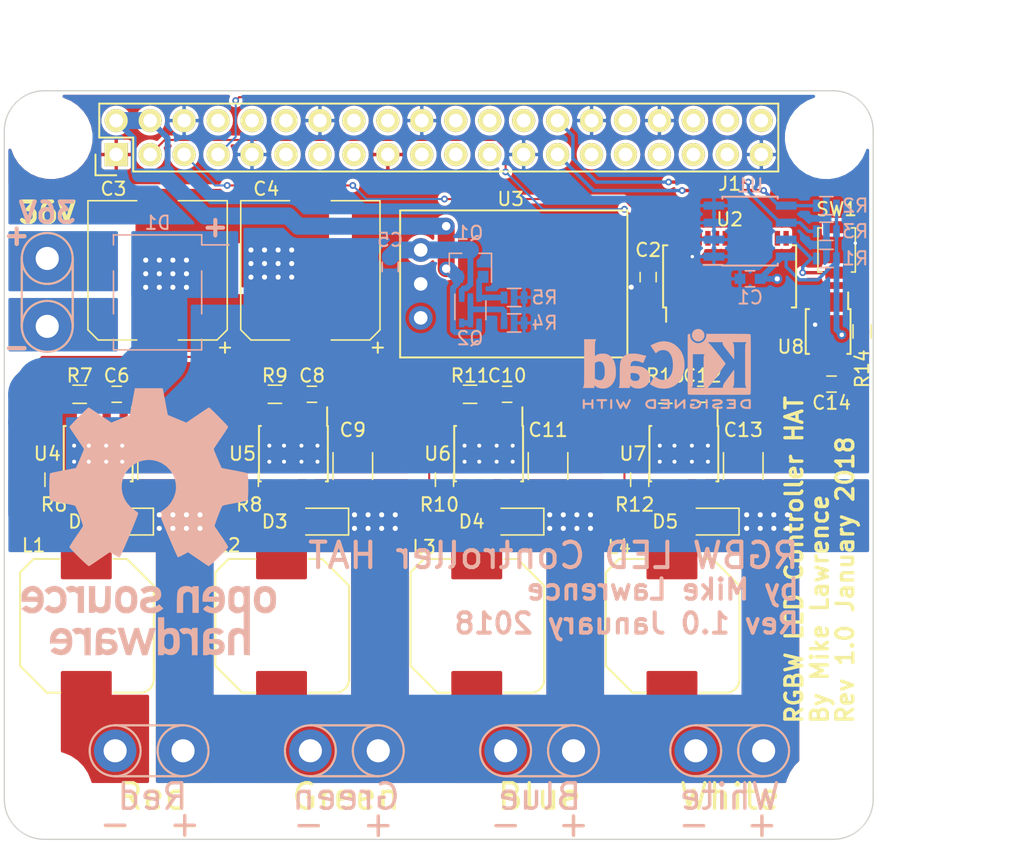
<source format=kicad_pcb>
(kicad_pcb (version 20171130) (host pcbnew "(2018-01-11 revision 6f2beeb)-master")
  (layers (0 F.Cu signal) (31 B.Cu signal) (34 B.Paste user hide) (35 F.Paste user hide) (36 B.SilkS user) (37 F.SilkS user) (38 B.Mask user hide) (39 F.Mask user hide) (44 Edge.Cuts user))
  (net 0 "")
  (net 1 +3V3)
  (net 2 GND)
  (net 3 "Net-(R1-Pad2)")
  (net 4 /ID_SD)
  (net 5 /ID_SC)
  (net 6 +5V)
  (net 7 "Net-(Q1-Pad1)")
  (net 8 "Net-(Q2-Pad2)")
  (net 9 +VDC)
  (net 10 /LXR)
  (net 11 /-R)
  (net 12 /LXG)
  (net 13 /LXB)
  (net 14 /-G)
  (net 15 /-B)
  (net 16 "Net-(R6-Pad2)")
  (net 17 "Net-(R7-Pad2)")
  (net 18 "Net-(R8-Pad2)")
  (net 19 "Net-(R9-Pad2)")
  (net 20 "Net-(U2-Pad6)")
  (net 21 "Net-(U2-Pad7)")
  (net 22 "Net-(U2-Pad8)")
  (net 23 /LXW)
  (net 24 /-W)
  (net 25 "Net-(R10-Pad2)")
  (net 26 "Net-(R11-Pad2)")
  (net 27 "Net-(R12-Pad2)")
  (net 28 "Net-(R13-Pad2)")
  (net 29 "Net-(U2-Pad9)")
  (net 30 /VinA)
  (net 31 /VinB)
  (net 32 +5VP)
  (net 33 /SDA)
  (net 34 /SCL)
  (net 35 "Net-(C6-Pad1)")
  (net 36 "Net-(C8-Pad1)")
  (net 37 "Net-(C10-Pad1)")
  (net 38 "Net-(C12-Pad1)")
  (net 39 OW)
  (net 40 "Net-(J1-Pad8)")
  (net 41 "Net-(J1-Pad10)")
  (net 42 "Net-(J1-Pad11)")
  (net 43 "Net-(J1-Pad12)")
  (net 44 "Net-(J1-Pad13)")
  (net 45 "Net-(J1-Pad15)")
  (net 46 "Net-(J1-Pad16)")
  (net 47 "Net-(J1-Pad18)")
  (net 48 "Net-(J1-Pad19)")
  (net 49 "Net-(J1-Pad21)")
  (net 50 "Net-(J1-Pad22)")
  (net 51 "Net-(J1-Pad23)")
  (net 52 "Net-(J1-Pad24)")
  (net 53 "Net-(J1-Pad26)")
  (net 54 "Net-(J1-Pad29)")
  (net 55 "Net-(J1-Pad31)")
  (net 56 "Net-(J1-Pad32)")
  (net 57 "Net-(J1-Pad33)")
  (net 58 "Net-(J1-Pad35)")
  (net 59 "Net-(J1-Pad36)")
  (net 60 "Net-(J1-Pad37)")
  (net 61 "Net-(J1-Pad38)")
  (net 62 "Net-(J1-Pad40)")
  (net 63 "Net-(U2-Pad10)")
  (net 64 "Net-(U2-Pad11)")
  (net 65 "Net-(U2-Pad12)")
  (net 66 "Net-(U2-Pad13)")
  (net 67 "Net-(U2-Pad15)")
  (net 68 "Net-(U2-Pad16)")
  (net 69 "Net-(U2-Pad17)")
  (net 70 "Net-(U2-Pad18)")
  (net 71 "Net-(U2-Pad19)")
  (net 72 "Net-(U2-Pad20)")
  (net 73 "Net-(U2-Pad21)")
  (net 74 "Net-(U2-Pad22)")
  (net 75 "Net-(U8-Pad7)")
  (net 76 "Net-(U8-Pad6)")
  (net 77 "Net-(U8-Pad5)")
  (net 78 "Net-(U8-Pad3)")
  (net 79 "Net-(U8-Pad2)")
  (module Capacitors_SMD:CP_Elec_10x10.5 (layer F.Cu) (at 48.895 43.434 90)
    (fp_text reference C4 (at 6.096 -3.302 180) (layer F.SilkS))
    (fp_text value 330uF hide)
    (fp_text user + (at -5.78 4.97 90) (layer F.SilkS))
    (pad 2 smd rect (at 4 0 270) (size 4 2.5) (layers F.Cu F.Paste F.Mask) (net 2 GND))
    (pad 1 smd rect (at -4 0 270) (size 4 2.5) (layers F.Cu F.Paste F.Mask) (net 9 +VDC))
  )
  (module holes-ml:TH_16ga_2pos (layer F.Cu) (at 82.804 79.375 180)
    (fp_text reference J6 hide)
    (fp_text value Conn_01x02_Female hide)
    (pad 2 thru_hole circle (at 5.08 0 180) (size 3.175 3.175) (drill 1.7272) (layers *.Cu *.Mask) (net 24 /-W))
    (pad 1 thru_hole circle (at 0 0 180) (size 3.175 3.175) (drill 1.7272) (layers *.Cu *.Mask) (net 9 +VDC))
  )
  (module holes-ml:TH_16ga_2pos (layer F.Cu) (at 39.37 79.375 180)
    (fp_text reference J3 hide)
    (fp_text value Conn_01x02_Female hide)
    (pad 2 thru_hole circle (at 5.08 0 180) (size 3.175 3.175) (drill 1.7272) (layers *.Cu *.Mask) (net 11 /-R))
    (pad 1 thru_hole circle (at 0 0 180) (size 3.175 3.175) (drill 1.7272) (layers *.Cu *.Mask) (net 9 +VDC))
  )
  (module holes-ml:TH_16ga_2pos (layer F.Cu) (at 53.975 79.375 180)
    (fp_text reference J4 hide)
    (fp_text value Conn_01x02_Female hide)
    (pad 2 thru_hole circle (at 5.08 0 180) (size 3.175 3.175) (drill 1.7272) (layers *.Cu *.Mask) (net 14 /-G))
    (pad 1 thru_hole circle (at 0 0 180) (size 3.175 3.175) (drill 1.7272) (layers *.Cu *.Mask) (net 9 +VDC))
  )
  (module holes-ml:TH_16ga_2pos (layer F.Cu) (at 68.58 79.375 180)
    (fp_text reference J5 hide)
    (fp_text value Conn_01x02_Female hide)
    (pad 2 thru_hole circle (at 5.08 0 180) (size 3.175 3.175) (drill 1.7272) (layers *.Cu *.Mask) (net 15 /-B))
    (pad 1 thru_hole circle (at 0 0 180) (size 3.175 3.175) (drill 1.7272) (layers *.Cu *.Mask) (net 9 +VDC))
  )
  (module holes-ml:TH_16ga_2pos (layer F.Cu) (at 29.21 47.625 90)
    (fp_text reference J2 hide)
    (fp_text value Conn_01x02_Female hide)
    (pad 2 thru_hole circle (at 5.08 0 90) (size 3.175 3.175) (drill 1.7272) (layers *.Cu *.Mask) (net 31 /VinB))
    (pad 1 thru_hole circle (at 0 0 90) (size 3.175 3.175) (drill 1.7272) (layers *.Cu *.Mask) (net 30 /VinA))
  )
  (module Diodes_SMD:D_PowerDI-123 (layer F.Cu) (at 78.7654 62.23 180)
    (fp_text reference D5 (at 3.3274 0 180) (layer F.SilkS))
    (fp_text value DFLS2100 hide)
    (pad 1 smd rect (at -0.85 0) (size 2.4 1.5) (layers F.Cu F.Paste F.Mask) (net 9 +VDC))
    (pad 2 smd rect (at 1.525 0) (size 1.05 1.5) (layers F.Cu F.Paste F.Mask) (net 23 /LXW))
  )
  (module Capacitors_SMD:C_1210 (layer F.Cu) (at 81.28 58.0771 90)
    (fp_text reference C13 (at 2.7051 0 180) (layer F.SilkS) (effects (font (size 1.016 1.016) (thickness 0.1524))))
    (fp_text value 2.2uF hide)
    (pad 1 smd rect (at -1.5 0 90) (size 1 2.5) (layers F.Cu F.Paste F.Mask) (net 9 +VDC))
    (pad 2 smd rect (at 1.5 0 90) (size 1 2.5) (layers F.Cu F.Paste F.Mask) (net 2 GND))
  )
  (module Resistors_SMD:R_0603 (layer F.Cu) (at 75.45 52.705)
    (fp_text reference R13 (at 0 -1.397) (layer F.SilkS))
    (fp_text value 5.76k hide)
    (pad 1 smd rect (at -0.75 0) (size 0.5 0.9) (layers F.Cu F.Paste F.Mask) (net 2 GND))
    (pad 2 smd rect (at 0.75 0) (size 0.5 0.9) (layers F.Cu F.Paste F.Mask) (net 28 "Net-(R13-Pad2)"))
  )
  (module Capacitors_SMD:C_0603 (layer F.Cu) (at 78.22 52.705 180)
    (fp_text reference C12 (at 0 1.397 180) (layer F.SilkS))
    (fp_text value 1uF hide)
    (pad 2 smd rect (at 0.75 0 180) (size 0.8 0.75) (layers F.Cu F.Paste F.Mask) (net 2 GND))
    (pad 1 smd rect (at -0.75 0 180) (size 0.8 0.75) (layers F.Cu F.Paste F.Mask) (net 38 "Net-(C12-Pad1)"))
  )
  (module inductors-ml:WE-PD-1050 (layer F.Cu) (at 75.9968 70.0278 270)
    (fp_text reference L4 (at -5.8928 3.9878) (layer F.SilkS))
    (fp_text value 100uH hide)
    (fp_text user "" (at 0 0 270) (layer F.SilkS))
    (fp_text user "" (at 0 0 270) (layer F.SilkS))
    (pad 1 smd rect (at -4.5 0 270) (size 2 3.5) (layers F.Cu F.Paste F.Mask) (net 23 /LXW))
    (pad 2 smd rect (at 4.5 0 270) (size 2 3.5) (layers F.Cu F.Paste F.Mask) (net 24 /-W))
  )
  (module Housings_SOIC:TI_SO-PowerPAD-8_ThermalVias (layer F.Cu) (at 76.835 57.15 270)
    (fp_text reference U7 (at 0 3.81) (layer F.SilkS) (effects (font (size 1.016 1.016) (thickness 0.1524))))
    (fp_text value LM3414 hide)
    (pad 9 smd rect (at 0 0 270) (size 2.6 3.1) (layers F.Cu F.Paste F.Mask) (net 2 GND))
    (pad 9 smd rect (at 0 0 270) (size 2.95 4.5) (layers F.Cu) (net 2 GND))
    (pad 1 smd rect (at -2.7 -1.905 270) (size 1.55 0.6) (layers F.Cu F.Paste F.Mask) (net 38 "Net-(C12-Pad1)"))
    (pad 2 smd rect (at -2.7 -0.635 270) (size 1.55 0.6) (layers F.Cu F.Paste F.Mask) (net 2 GND))
    (pad 3 smd rect (at -2.7 0.635 270) (size 1.55 0.6) (layers F.Cu F.Paste F.Mask) (net 28 "Net-(R13-Pad2)"))
    (pad 4 smd rect (at -2.7 1.905 270) (size 1.55 0.6) (layers F.Cu F.Paste F.Mask) (net 2 GND))
    (pad 5 smd rect (at 2.7 1.905 270) (size 1.55 0.6) (layers F.Cu F.Paste F.Mask) (net 27 "Net-(R12-Pad2)"))
    (pad 6 smd rect (at 2.7 0.635 270) (size 1.55 0.6) (layers F.Cu F.Paste F.Mask) (net 29 "Net-(U2-Pad9)"))
    (pad 7 smd rect (at 2.7 -0.635 270) (size 1.55 0.6) (layers F.Cu F.Paste F.Mask) (net 23 /LXW))
    (pad 8 smd rect (at 2.7 -1.905 270) (size 1.55 0.6) (layers F.Cu F.Paste F.Mask) (net 9 +VDC))
    (pad 9 smd rect (at 0 0 270) (size 2.95 4.5) (layers B.Cu) (net 2 GND))
    (pad 9 thru_hole circle (at -0.6 -1.8 270) (size 0.6 0.6) (drill 0.3) (layers *.Cu) (net 2 GND))
    (pad 9 thru_hole circle (at -0.6 -0.6 270) (size 0.6 0.6) (drill 0.3) (layers *.Cu) (net 2 GND))
    (pad 9 thru_hole circle (at 0.6 -0.6 270) (size 0.6 0.6) (drill 0.3) (layers *.Cu) (net 2 GND))
    (pad 9 thru_hole circle (at 0.6 -1.8 270) (size 0.6 0.6) (drill 0.3) (layers *.Cu) (net 2 GND))
    (pad 9 thru_hole circle (at -0.6 1.8 270) (size 0.6 0.6) (drill 0.3) (layers *.Cu) (net 2 GND))
    (pad 9 thru_hole circle (at -0.6 0.7 270) (size 0.6 0.6) (drill 0.3) (layers *.Cu) (net 2 GND))
    (pad 9 thru_hole circle (at 0.6 0.7 270) (size 0.6 0.6) (drill 0.3) (layers *.Cu) (net 2 GND))
    (pad 9 thru_hole circle (at 0.6 1.8 270) (size 0.6 0.6) (drill 0.3) (layers *.Cu) (net 2 GND))
  )
  (module Resistors_SMD:R_0603 (layer F.Cu) (at 73.533 59.1 270)
    (fp_text reference R12 (at 1.86 0.381) (layer F.SilkS) (effects (font (size 1.016 1.016) (thickness 0.1524))))
    (fp_text value 40.2k hide)
    (pad 1 smd rect (at -0.75 0 270) (size 0.5 0.9) (layers F.Cu F.Paste F.Mask) (net 2 GND))
    (pad 2 smd rect (at 0.75 0 270) (size 0.5 0.9) (layers F.Cu F.Paste F.Mask) (net 27 "Net-(R12-Pad2)"))
  )
  (module Capacitors_SMD:C_0603 (layer F.Cu) (at 63.615 52.705 180)
    (fp_text reference C10 (at 0 1.397 180) (layer F.SilkS))
    (fp_text value 1uF hide)
    (pad 2 smd rect (at 0.75 0 180) (size 0.8 0.75) (layers F.Cu F.Paste F.Mask) (net 2 GND))
    (pad 1 smd rect (at -0.75 0 180) (size 0.8 0.75) (layers F.Cu F.Paste F.Mask) (net 37 "Net-(C10-Pad1)"))
  )
  (module Resistors_SMD:R_0603 (layer F.Cu) (at 60.845 52.705)
    (fp_text reference R11 (at 0 -1.397) (layer F.SilkS))
    (fp_text value 5.76k hide)
    (pad 1 smd rect (at -0.75 0) (size 0.5 0.9) (layers F.Cu F.Paste F.Mask) (net 2 GND))
    (pad 2 smd rect (at 0.75 0) (size 0.5 0.9) (layers F.Cu F.Paste F.Mask) (net 26 "Net-(R11-Pad2)"))
  )
  (module Capacitors_SMD:C_1210 (layer F.Cu) (at 66.675 58.0771 90)
    (fp_text reference C11 (at 2.7051 0 180) (layer F.SilkS) (effects (font (size 1.016 1.016) (thickness 0.1524))))
    (fp_text value 2.2uF hide)
    (pad 1 smd rect (at -1.5 0 90) (size 1 2.5) (layers F.Cu F.Paste F.Mask) (net 9 +VDC))
    (pad 2 smd rect (at 1.5 0 90) (size 1 2.5) (layers F.Cu F.Paste F.Mask) (net 2 GND))
  )
  (module Diodes_SMD:D_PowerDI-123 (layer F.Cu) (at 64.1604 62.23 180)
    (fp_text reference D4 (at 3.2004 0 180) (layer F.SilkS))
    (fp_text value DFLS2100 hide)
    (pad 1 smd rect (at -0.85 0) (size 2.4 1.5) (layers F.Cu F.Paste F.Mask) (net 9 +VDC))
    (pad 2 smd rect (at 1.525 0) (size 1.05 1.5) (layers F.Cu F.Paste F.Mask) (net 13 /LXB))
  )
  (module Resistors_SMD:R_0603 (layer F.Cu) (at 58.928 59.1 270)
    (fp_text reference R10 (at 1.86 0.381) (layer F.SilkS) (effects (font (size 1.016 1.016) (thickness 0.1524))))
    (fp_text value 40.2k hide)
    (pad 1 smd rect (at -0.75 0 270) (size 0.5 0.9) (layers F.Cu F.Paste F.Mask) (net 2 GND))
    (pad 2 smd rect (at 0.75 0 270) (size 0.5 0.9) (layers F.Cu F.Paste F.Mask) (net 25 "Net-(R10-Pad2)"))
  )
  (module Housings_SOIC:TI_SO-PowerPAD-8_ThermalVias (layer F.Cu) (at 62.23 57.15 270)
    (fp_text reference U6 (at 0 3.81) (layer F.SilkS) (effects (font (size 1.016 1.016) (thickness 0.1524))))
    (fp_text value LM3414 hide)
    (pad 9 smd rect (at 0 0 270) (size 2.6 3.1) (layers F.Cu F.Paste F.Mask) (net 2 GND))
    (pad 9 smd rect (at 0 0 270) (size 2.95 4.5) (layers F.Cu) (net 2 GND))
    (pad 1 smd rect (at -2.7 -1.905 270) (size 1.55 0.6) (layers F.Cu F.Paste F.Mask) (net 37 "Net-(C10-Pad1)"))
    (pad 2 smd rect (at -2.7 -0.635 270) (size 1.55 0.6) (layers F.Cu F.Paste F.Mask) (net 2 GND))
    (pad 3 smd rect (at -2.7 0.635 270) (size 1.55 0.6) (layers F.Cu F.Paste F.Mask) (net 26 "Net-(R11-Pad2)"))
    (pad 4 smd rect (at -2.7 1.905 270) (size 1.55 0.6) (layers F.Cu F.Paste F.Mask) (net 2 GND))
    (pad 5 smd rect (at 2.7 1.905 270) (size 1.55 0.6) (layers F.Cu F.Paste F.Mask) (net 25 "Net-(R10-Pad2)"))
    (pad 6 smd rect (at 2.7 0.635 270) (size 1.55 0.6) (layers F.Cu F.Paste F.Mask) (net 22 "Net-(U2-Pad8)"))
    (pad 7 smd rect (at 2.7 -0.635 270) (size 1.55 0.6) (layers F.Cu F.Paste F.Mask) (net 13 /LXB))
    (pad 8 smd rect (at 2.7 -1.905 270) (size 1.55 0.6) (layers F.Cu F.Paste F.Mask) (net 9 +VDC))
    (pad 9 smd rect (at 0 0 270) (size 2.95 4.5) (layers B.Cu) (net 2 GND))
    (pad 9 thru_hole circle (at -0.6 -1.8 270) (size 0.6 0.6) (drill 0.3) (layers *.Cu) (net 2 GND))
    (pad 9 thru_hole circle (at -0.6 -0.6 270) (size 0.6 0.6) (drill 0.3) (layers *.Cu) (net 2 GND))
    (pad 9 thru_hole circle (at 0.6 -0.6 270) (size 0.6 0.6) (drill 0.3) (layers *.Cu) (net 2 GND))
    (pad 9 thru_hole circle (at 0.6 -1.8 270) (size 0.6 0.6) (drill 0.3) (layers *.Cu) (net 2 GND))
    (pad 9 thru_hole circle (at -0.6 1.8 270) (size 0.6 0.6) (drill 0.3) (layers *.Cu) (net 2 GND))
    (pad 9 thru_hole circle (at -0.6 0.7 270) (size 0.6 0.6) (drill 0.3) (layers *.Cu) (net 2 GND))
    (pad 9 thru_hole circle (at 0.6 0.7 270) (size 0.6 0.6) (drill 0.3) (layers *.Cu) (net 2 GND))
    (pad 9 thru_hole circle (at 0.6 1.8 270) (size 0.6 0.6) (drill 0.3) (layers *.Cu) (net 2 GND))
  )
  (module Capacitors_SMD:C_0603 (layer F.Cu) (at 49.01 52.705 180)
    (fp_text reference C8 (at -0.012 1.397 180) (layer F.SilkS))
    (fp_text value 1uF hide)
    (pad 2 smd rect (at 0.75 0 180) (size 0.8 0.75) (layers F.Cu F.Paste F.Mask) (net 2 GND))
    (pad 1 smd rect (at -0.75 0 180) (size 0.8 0.75) (layers F.Cu F.Paste F.Mask) (net 36 "Net-(C8-Pad1)"))
  )
  (module Resistors_SMD:R_0603 (layer F.Cu) (at 46.24 52.705)
    (fp_text reference R9 (at 0 -1.397) (layer F.SilkS))
    (fp_text value 5.76k hide)
    (pad 1 smd rect (at -0.75 0) (size 0.5 0.9) (layers F.Cu F.Paste F.Mask) (net 2 GND))
    (pad 2 smd rect (at 0.75 0) (size 0.5 0.9) (layers F.Cu F.Paste F.Mask) (net 19 "Net-(R9-Pad2)"))
  )
  (module Capacitors_SMD:C_1210 (layer F.Cu) (at 52.07 58.0771 90)
    (fp_text reference C9 (at 2.7051 0 180) (layer F.SilkS) (effects (font (size 1.016 1.016) (thickness 0.1524))))
    (fp_text value 2.2uF hide)
    (pad 1 smd rect (at -1.5 0 90) (size 1 2.5) (layers F.Cu F.Paste F.Mask) (net 9 +VDC))
    (pad 2 smd rect (at 1.5 0 90) (size 1 2.5) (layers F.Cu F.Paste F.Mask) (net 2 GND))
  )
  (module Diodes_SMD:D_PowerDI-123 (layer F.Cu) (at 49.5554 62.23 180)
    (fp_text reference D3 (at 3.3274 0 180) (layer F.SilkS))
    (fp_text value DFLS2100 hide)
    (pad 1 smd rect (at -0.85 0) (size 2.4 1.5) (layers F.Cu F.Paste F.Mask) (net 9 +VDC))
    (pad 2 smd rect (at 1.525 0) (size 1.05 1.5) (layers F.Cu F.Paste F.Mask) (net 12 /LXG))
  )
  (module Resistors_SMD:R_0603 (layer F.Cu) (at 44.323 59.1 270)
    (fp_text reference R8 (at 1.86 0) (layer F.SilkS) (effects (font (size 1.016 1.016) (thickness 0.1524))))
    (fp_text value 40.2k hide)
    (pad 1 smd rect (at -0.75 0 270) (size 0.5 0.9) (layers F.Cu F.Paste F.Mask) (net 2 GND))
    (pad 2 smd rect (at 0.75 0 270) (size 0.5 0.9) (layers F.Cu F.Paste F.Mask) (net 18 "Net-(R8-Pad2)"))
  )
  (module Housings_SOIC:TI_SO-PowerPAD-8_ThermalVias (layer F.Cu) (at 47.625 57.15 270)
    (fp_text reference U5 (at 0 3.81) (layer F.SilkS) (effects (font (size 1.016 1.016) (thickness 0.1524))))
    (fp_text value LM3414 hide)
    (pad 9 smd rect (at 0 0 270) (size 2.6 3.1) (layers F.Cu F.Paste F.Mask) (net 2 GND))
    (pad 9 smd rect (at 0 0 270) (size 2.95 4.5) (layers F.Cu) (net 2 GND))
    (pad 1 smd rect (at -2.7 -1.905 270) (size 1.55 0.6) (layers F.Cu F.Paste F.Mask) (net 36 "Net-(C8-Pad1)"))
    (pad 2 smd rect (at -2.7 -0.635 270) (size 1.55 0.6) (layers F.Cu F.Paste F.Mask) (net 2 GND))
    (pad 3 smd rect (at -2.7 0.635 270) (size 1.55 0.6) (layers F.Cu F.Paste F.Mask) (net 19 "Net-(R9-Pad2)"))
    (pad 4 smd rect (at -2.7 1.905 270) (size 1.55 0.6) (layers F.Cu F.Paste F.Mask) (net 2 GND))
    (pad 5 smd rect (at 2.7 1.905 270) (size 1.55 0.6) (layers F.Cu F.Paste F.Mask) (net 18 "Net-(R8-Pad2)"))
    (pad 6 smd rect (at 2.7 0.635 270) (size 1.55 0.6) (layers F.Cu F.Paste F.Mask) (net 21 "Net-(U2-Pad7)"))
    (pad 7 smd rect (at 2.7 -0.635 270) (size 1.55 0.6) (layers F.Cu F.Paste F.Mask) (net 12 /LXG))
    (pad 8 smd rect (at 2.7 -1.905 270) (size 1.55 0.6) (layers F.Cu F.Paste F.Mask) (net 9 +VDC))
    (pad 9 smd rect (at 0 0 270) (size 2.95 4.5) (layers B.Cu) (net 2 GND))
    (pad 9 thru_hole circle (at -0.6 -1.8 270) (size 0.6 0.6) (drill 0.3) (layers *.Cu) (net 2 GND))
    (pad 9 thru_hole circle (at -0.6 -0.6 270) (size 0.6 0.6) (drill 0.3) (layers *.Cu) (net 2 GND))
    (pad 9 thru_hole circle (at 0.6 -0.6 270) (size 0.6 0.6) (drill 0.3) (layers *.Cu) (net 2 GND))
    (pad 9 thru_hole circle (at 0.6 -1.8 270) (size 0.6 0.6) (drill 0.3) (layers *.Cu) (net 2 GND))
    (pad 9 thru_hole circle (at -0.6 1.8 270) (size 0.6 0.6) (drill 0.3) (layers *.Cu) (net 2 GND))
    (pad 9 thru_hole circle (at -0.6 0.7 270) (size 0.6 0.6) (drill 0.3) (layers *.Cu) (net 2 GND))
    (pad 9 thru_hole circle (at 0.6 0.7 270) (size 0.6 0.6) (drill 0.3) (layers *.Cu) (net 2 GND))
    (pad 9 thru_hole circle (at 0.6 1.8 270) (size 0.6 0.6) (drill 0.3) (layers *.Cu) (net 2 GND))
  )
  (module RPi_Hat:RPi_Hat_Mounting_Hole (layer F.Cu) (at 87.5 33.5)
    (fp_text reference "" hide)
    (fp_text value "" hide)
    (pad "" np_thru_hole circle (at 0 0) (size 2.75 2.75) (drill 2.75) (layers *.Cu *.Mask) (clearance 1.725))
  )
  (module RPi_Hat:RPi_Hat_Mounting_Hole (layer F.Cu) (at 87.5 82.5)
    (fp_text reference "" hide)
    (fp_text value "" hide)
    (pad "" np_thru_hole circle (at 0 0) (size 2.75 2.75) (drill 2.75) (layers *.Cu *.Mask) (clearance 1.725))
  )
  (module RPi_Hat:RPi_Hat_Mounting_Hole (layer F.Cu) (at 29.5 82.5)
    (fp_text reference "" hide)
    (fp_text value "" hide)
    (pad "" np_thru_hole circle (at 0 0) (size 2.75 2.75) (drill 2.75) (layers *.Cu *.Mask) (clearance 1.725))
  )
  (module RPi_Hat:RPi_Hat_Mounting_Hole (layer F.Cu) (at 29.5 33.5)
    (fp_text reference "" hide)
    (fp_text value "" hide)
    (pad "" np_thru_hole circle (at 0 0) (size 2.75 2.75) (drill 2.75) (layers *.Cu *.Mask) (clearance 1.725))
  )
  (module Housings_SOIC:SOIC-8_3.9x4.9mm_Pitch1.27mm (layer B.Cu) (at 81.788 40.501736)
    (fp_text reference U1 (at 0 -3.417736 180) (layer B.SilkS) (effects (justify mirror)))
    (fp_text value AT24CS32 hide)
    (pad 1 smd rect (at -2.7 1.905) (size 1.55 0.6) (layers B.Cu B.Paste B.Mask) (net 2 GND))
    (pad 2 smd rect (at -2.7 0.635) (size 1.55 0.6) (layers B.Cu B.Paste B.Mask) (net 2 GND))
    (pad 3 smd rect (at -2.7 -0.635) (size 1.55 0.6) (layers B.Cu B.Paste B.Mask) (net 2 GND))
    (pad 4 smd rect (at -2.7 -1.905) (size 1.55 0.6) (layers B.Cu B.Paste B.Mask) (net 2 GND))
    (pad 5 smd rect (at 2.7 -1.905) (size 1.55 0.6) (layers B.Cu B.Paste B.Mask) (net 4 /ID_SD))
    (pad 6 smd rect (at 2.7 -0.635) (size 1.55 0.6) (layers B.Cu B.Paste B.Mask) (net 5 /ID_SC))
    (pad 7 smd rect (at 2.7 0.635) (size 1.55 0.6) (layers B.Cu B.Paste B.Mask) (net 3 "Net-(R1-Pad2)"))
    (pad 8 smd rect (at 2.7 1.905) (size 1.55 0.6) (layers B.Cu B.Paste B.Mask) (net 1 +3V3))
  )
  (module Capacitors_SMD:C_0603 (layer B.Cu) (at 81.788 44.069 180)
    (fp_text reference C1 (at 0 -1.397 180) (layer B.SilkS) (effects (justify mirror)))
    (fp_text value 0.1uF hide)
    (pad 1 smd rect (at -0.75 0 180) (size 0.8 0.75) (layers B.Cu B.Paste B.Mask) (net 1 +3V3))
    (pad 2 smd rect (at 0.75 0 180) (size 0.8 0.75) (layers B.Cu B.Paste B.Mask) (net 2 GND))
  )
  (module raspberry-ml:Pin_Header_Straight_2x20 (layer F.Cu) (at 58.5 33.5 90)
    (fp_text reference J1 (at -3.457 21.764) (layer F.SilkS))
    (fp_text value RPi_GPIO hide)
    (pad 1 thru_hole rect (at -1.27 -24.13 90) (size 1.7272 1.7272) (drill 1.016) (layers *.Cu *.Mask F.SilkS) (net 1 +3V3))
    (pad 2 thru_hole oval (at 1.27 -24.13 90) (size 1.7272 1.7272) (drill 1.016) (layers *.Cu *.Mask F.SilkS) (net 6 +5V))
    (pad 3 thru_hole oval (at -1.27 -21.59 90) (size 1.7272 1.7272) (drill 1.016) (layers *.Cu *.Mask F.SilkS) (net 33 /SDA))
    (pad 4 thru_hole oval (at 1.27 -21.59 90) (size 1.7272 1.7272) (drill 1.016) (layers *.Cu *.Mask F.SilkS) (net 6 +5V))
    (pad 5 thru_hole oval (at -1.27 -19.05 90) (size 1.7272 1.7272) (drill 1.016) (layers *.Cu *.Mask F.SilkS) (net 34 /SCL))
    (pad 6 thru_hole oval (at 1.27 -19.05 90) (size 1.7272 1.7272) (drill 1.016) (layers *.Cu *.Mask F.SilkS) (net 2 GND))
    (pad 7 thru_hole oval (at -1.27 -16.51 90) (size 1.7272 1.7272) (drill 1.016) (layers *.Cu *.Mask F.SilkS) (net 39 OW))
    (pad 8 thru_hole oval (at 1.27 -16.51 90) (size 1.7272 1.7272) (drill 1.016) (layers *.Cu *.Mask F.SilkS) (net 40 "Net-(J1-Pad8)"))
    (pad 9 thru_hole oval (at -1.27 -13.97 90) (size 1.7272 1.7272) (drill 1.016) (layers *.Cu *.Mask F.SilkS) (net 2 GND))
    (pad 10 thru_hole oval (at 1.27 -13.97 90) (size 1.7272 1.7272) (drill 1.016) (layers *.Cu *.Mask F.SilkS) (net 41 "Net-(J1-Pad10)"))
    (pad 11 thru_hole oval (at -1.27 -11.43 90) (size 1.7272 1.7272) (drill 1.016) (layers *.Cu *.Mask F.SilkS) (net 42 "Net-(J1-Pad11)"))
    (pad 12 thru_hole oval (at 1.27 -11.43 90) (size 1.7272 1.7272) (drill 1.016) (layers *.Cu *.Mask F.SilkS) (net 43 "Net-(J1-Pad12)"))
    (pad 13 thru_hole oval (at -1.27 -8.89 90) (size 1.7272 1.7272) (drill 1.016) (layers *.Cu *.Mask F.SilkS) (net 44 "Net-(J1-Pad13)"))
    (pad 14 thru_hole oval (at 1.27 -8.89 90) (size 1.7272 1.7272) (drill 1.016) (layers *.Cu *.Mask F.SilkS) (net 2 GND))
    (pad 15 thru_hole oval (at -1.27 -6.35 90) (size 1.7272 1.7272) (drill 1.016) (layers *.Cu *.Mask F.SilkS) (net 45 "Net-(J1-Pad15)"))
    (pad 16 thru_hole oval (at 1.27 -6.35 90) (size 1.7272 1.7272) (drill 1.016) (layers *.Cu *.Mask F.SilkS) (net 46 "Net-(J1-Pad16)"))
    (pad 17 thru_hole oval (at -1.27 -3.81 90) (size 1.7272 1.7272) (drill 1.016) (layers *.Cu *.Mask F.SilkS) (net 1 +3V3))
    (pad 18 thru_hole oval (at 1.27 -3.81 90) (size 1.7272 1.7272) (drill 1.016) (layers *.Cu *.Mask F.SilkS) (net 47 "Net-(J1-Pad18)"))
    (pad 19 thru_hole oval (at -1.27 -1.27 90) (size 1.7272 1.7272) (drill 1.016) (layers *.Cu *.Mask F.SilkS) (net 48 "Net-(J1-Pad19)"))
    (pad 20 thru_hole oval (at 1.27 -1.27 90) (size 1.7272 1.7272) (drill 1.016) (layers *.Cu *.Mask F.SilkS) (net 2 GND))
    (pad 21 thru_hole oval (at -1.27 1.27 90) (size 1.7272 1.7272) (drill 1.016) (layers *.Cu *.Mask F.SilkS) (net 49 "Net-(J1-Pad21)"))
    (pad 22 thru_hole oval (at 1.27 1.27 90) (size 1.7272 1.7272) (drill 1.016) (layers *.Cu *.Mask F.SilkS) (net 50 "Net-(J1-Pad22)"))
    (pad 23 thru_hole oval (at -1.27 3.81 90) (size 1.7272 1.7272) (drill 1.016) (layers *.Cu *.Mask F.SilkS) (net 51 "Net-(J1-Pad23)"))
    (pad 24 thru_hole oval (at 1.27 3.81 90) (size 1.7272 1.7272) (drill 1.016) (layers *.Cu *.Mask F.SilkS) (net 52 "Net-(J1-Pad24)"))
    (pad 25 thru_hole oval (at -1.27 6.35 90) (size 1.7272 1.7272) (drill 1.016) (layers *.Cu *.Mask F.SilkS) (net 2 GND))
    (pad 26 thru_hole oval (at 1.27 6.35 90) (size 1.7272 1.7272) (drill 1.016) (layers *.Cu *.Mask F.SilkS) (net 53 "Net-(J1-Pad26)"))
    (pad 27 thru_hole oval (at -1.27 8.89 90) (size 1.7272 1.7272) (drill 1.016) (layers *.Cu *.Mask F.SilkS) (net 4 /ID_SD))
    (pad 28 thru_hole oval (at 1.27 8.89 90) (size 1.7272 1.7272) (drill 1.016) (layers *.Cu *.Mask F.SilkS) (net 5 /ID_SC))
    (pad 29 thru_hole oval (at -1.27 11.43 90) (size 1.7272 1.7272) (drill 1.016) (layers *.Cu *.Mask F.SilkS) (net 54 "Net-(J1-Pad29)"))
    (pad 30 thru_hole oval (at 1.27 11.43 90) (size 1.7272 1.7272) (drill 1.016) (layers *.Cu *.Mask F.SilkS) (net 2 GND))
    (pad 31 thru_hole oval (at -1.27 13.97 90) (size 1.7272 1.7272) (drill 1.016) (layers *.Cu *.Mask F.SilkS) (net 55 "Net-(J1-Pad31)"))
    (pad 32 thru_hole oval (at 1.27 13.97 90) (size 1.7272 1.7272) (drill 1.016) (layers *.Cu *.Mask F.SilkS) (net 56 "Net-(J1-Pad32)"))
    (pad 33 thru_hole oval (at -1.27 16.51 90) (size 1.7272 1.7272) (drill 1.016) (layers *.Cu *.Mask F.SilkS) (net 57 "Net-(J1-Pad33)"))
    (pad 34 thru_hole oval (at 1.27 16.51 90) (size 1.7272 1.7272) (drill 1.016) (layers *.Cu *.Mask F.SilkS) (net 2 GND))
    (pad 35 thru_hole oval (at -1.27 19.05 90) (size 1.7272 1.7272) (drill 1.016) (layers *.Cu *.Mask F.SilkS) (net 58 "Net-(J1-Pad35)"))
    (pad 36 thru_hole oval (at 1.27 19.05 90) (size 1.7272 1.7272) (drill 1.016) (layers *.Cu *.Mask F.SilkS) (net 59 "Net-(J1-Pad36)"))
    (pad 37 thru_hole oval (at -1.27 21.59 90) (size 1.7272 1.7272) (drill 1.016) (layers *.Cu *.Mask F.SilkS) (net 60 "Net-(J1-Pad37)"))
    (pad 38 thru_hole oval (at 1.27 21.59 90) (size 1.7272 1.7272) (drill 1.016) (layers *.Cu *.Mask F.SilkS) (net 61 "Net-(J1-Pad38)"))
    (pad 39 thru_hole oval (at -1.27 24.13 90) (size 1.7272 1.7272) (drill 1.016) (layers *.Cu *.Mask F.SilkS) (net 2 GND))
    (pad 40 thru_hole oval (at 1.27 24.13 90) (size 1.7272 1.7272) (drill 1.016) (layers *.Cu *.Mask F.SilkS) (net 62 "Net-(J1-Pad40)"))
  )
  (module Resistors_SMD:R_0603 (layer B.Cu) (at 87.503 42.545 180)
    (fp_text reference R1 (at -2.159 0 180) (layer B.SilkS) (effects (justify mirror)))
    (fp_text value 1k hide)
    (pad 1 smd rect (at -0.75 0 180) (size 0.5 0.9) (layers B.Cu B.Paste B.Mask) (net 1 +3V3))
    (pad 2 smd rect (at 0.75 0 180) (size 0.5 0.9) (layers B.Cu B.Paste B.Mask) (net 3 "Net-(R1-Pad2)"))
  )
  (module Resistors_SMD:R_0603 (layer B.Cu) (at 87.503 38.596736 180)
    (fp_text reference R2 (at -2.159 0 180) (layer B.SilkS) (effects (justify mirror)))
    (fp_text value 3.9k hide)
    (pad 1 smd rect (at -0.75 0 180) (size 0.5 0.9) (layers B.Cu B.Paste B.Mask) (net 1 +3V3))
    (pad 2 smd rect (at 0.75 0 180) (size 0.5 0.9) (layers B.Cu B.Paste B.Mask) (net 4 /ID_SD))
  )
  (module Resistors_SMD:R_0603 (layer B.Cu) (at 87.503 40.513 180)
    (fp_text reference R3 (at -2.159 0 180) (layer B.SilkS) (effects (justify mirror)))
    (fp_text value 3.9k hide)
    (pad 1 smd rect (at -0.75 0 180) (size 0.5 0.9) (layers B.Cu B.Paste B.Mask) (net 1 +3V3))
    (pad 2 smd rect (at 0.75 0 180) (size 0.5 0.9) (layers B.Cu B.Paste B.Mask) (net 5 /ID_SC))
  )
  (module Capacitors_SMD:C_0603 (layer F.Cu) (at 74.163182 43.942 270)
    (fp_text reference C2 (at -2.032 -0.004818 180) (layer F.SilkS))
    (fp_text value 0.1uF hide)
    (pad 2 smd rect (at 0.75 0 270) (size 0.8 0.75) (layers F.Cu F.Paste F.Mask) (net 2 GND))
    (pad 1 smd rect (at -0.75 0 270) (size 0.8 0.75) (layers F.Cu F.Paste F.Mask) (net 1 +3V3))
  )
  (module Housings_SSOP:TSSOP-28_4.4x9.7mm_Pitch0.65mm (layer F.Cu) (at 80.259182 43.886 90)
    (fp_text reference U2 (at 4.262 0.004818) (layer F.SilkS))
    (fp_text value PCA9685 hide)
    (pad 1 smd rect (at -2.85 -4.225 90) (size 1.1 0.4) (layers F.Cu F.Paste F.Mask) (net 2 GND))
    (pad 2 smd rect (at -2.85 -3.575 90) (size 1.1 0.4) (layers F.Cu F.Paste F.Mask) (net 2 GND))
    (pad 3 smd rect (at -2.85 -2.925 90) (size 1.1 0.4) (layers F.Cu F.Paste F.Mask) (net 2 GND))
    (pad 4 smd rect (at -2.85 -2.275 90) (size 1.1 0.4) (layers F.Cu F.Paste F.Mask) (net 2 GND))
    (pad 5 smd rect (at -2.85 -1.625 90) (size 1.1 0.4) (layers F.Cu F.Paste F.Mask) (net 2 GND))
    (pad 6 smd rect (at -2.85 -0.975 90) (size 1.1 0.4) (layers F.Cu F.Paste F.Mask) (net 20 "Net-(U2-Pad6)"))
    (pad 7 smd rect (at -2.85 -0.325 90) (size 1.1 0.4) (layers F.Cu F.Paste F.Mask) (net 21 "Net-(U2-Pad7)"))
    (pad 8 smd rect (at -2.85 0.325 90) (size 1.1 0.4) (layers F.Cu F.Paste F.Mask) (net 22 "Net-(U2-Pad8)"))
    (pad 9 smd rect (at -2.85 0.975 90) (size 1.1 0.4) (layers F.Cu F.Paste F.Mask) (net 29 "Net-(U2-Pad9)"))
    (pad 10 smd rect (at -2.85 1.625 90) (size 1.1 0.4) (layers F.Cu F.Paste F.Mask) (net 63 "Net-(U2-Pad10)"))
    (pad 11 smd rect (at -2.85 2.275 90) (size 1.1 0.4) (layers F.Cu F.Paste F.Mask) (net 64 "Net-(U2-Pad11)"))
    (pad 12 smd rect (at -2.85 2.925 90) (size 1.1 0.4) (layers F.Cu F.Paste F.Mask) (net 65 "Net-(U2-Pad12)"))
    (pad 13 smd rect (at -2.85 3.575 90) (size 1.1 0.4) (layers F.Cu F.Paste F.Mask) (net 66 "Net-(U2-Pad13)"))
    (pad 14 smd rect (at -2.85 4.225 90) (size 1.1 0.4) (layers F.Cu F.Paste F.Mask) (net 2 GND))
    (pad 15 smd rect (at 2.85 4.225 90) (size 1.1 0.4) (layers F.Cu F.Paste F.Mask) (net 67 "Net-(U2-Pad15)"))
    (pad 16 smd rect (at 2.85 3.575 90) (size 1.1 0.4) (layers F.Cu F.Paste F.Mask) (net 68 "Net-(U2-Pad16)"))
    (pad 17 smd rect (at 2.85 2.925 90) (size 1.1 0.4) (layers F.Cu F.Paste F.Mask) (net 69 "Net-(U2-Pad17)"))
    (pad 18 smd rect (at 2.85 2.275 90) (size 1.1 0.4) (layers F.Cu F.Paste F.Mask) (net 70 "Net-(U2-Pad18)"))
    (pad 19 smd rect (at 2.85 1.625 90) (size 1.1 0.4) (layers F.Cu F.Paste F.Mask) (net 71 "Net-(U2-Pad19)"))
    (pad 20 smd rect (at 2.85 0.975 90) (size 1.1 0.4) (layers F.Cu F.Paste F.Mask) (net 72 "Net-(U2-Pad20)"))
    (pad 21 smd rect (at 2.85 0.325 90) (size 1.1 0.4) (layers F.Cu F.Paste F.Mask) (net 73 "Net-(U2-Pad21)"))
    (pad 22 smd rect (at 2.85 -0.325 90) (size 1.1 0.4) (layers F.Cu F.Paste F.Mask) (net 74 "Net-(U2-Pad22)"))
    (pad 23 smd rect (at 2.85 -0.975 90) (size 1.1 0.4) (layers F.Cu F.Paste F.Mask) (net 2 GND))
    (pad 24 smd rect (at 2.85 -1.625 90) (size 1.1 0.4) (layers F.Cu F.Paste F.Mask) (net 2 GND))
    (pad 25 smd rect (at 2.85 -2.275 90) (size 1.1 0.4) (layers F.Cu F.Paste F.Mask) (net 2 GND))
    (pad 26 smd rect (at 2.85 -2.925 90) (size 1.1 0.4) (layers F.Cu F.Paste F.Mask) (net 34 /SCL))
    (pad 27 smd rect (at 2.85 -3.575 90) (size 1.1 0.4) (layers F.Cu F.Paste F.Mask) (net 33 /SDA))
    (pad 28 smd rect (at 2.85 -4.225 90) (size 1.1 0.4) (layers F.Cu F.Paste F.Mask) (net 1 +3V3))
  )
  (module TO_SOT_Packages_SMD:SOT-23 (layer B.Cu) (at 60.867 42.921 90)
    (fp_text reference Q1 (at 2.281 -0.034) (layer B.SilkS) (effects (justify mirror)))
    (fp_text value DMG2305UX hide)
    (pad 1 smd rect (at -1 0.95 90) (size 0.9 0.8) (layers B.Cu B.Paste B.Mask) (net 7 "Net-(Q1-Pad1)"))
    (pad 2 smd rect (at -1 -0.95 90) (size 0.9 0.8) (layers B.Cu B.Paste B.Mask) (net 6 +5V))
    (pad 3 smd rect (at 1 0 90) (size 0.9 0.8) (layers B.Cu B.Paste B.Mask) (net 32 +5VP))
  )
  (module TO_SOT_Packages_SMD:SOT-363_SC-70-6 (layer B.Cu) (at 60.867 46.421 270)
    (fp_text reference Q2 (at 2.093 0.034) (layer B.SilkS) (effects (justify mirror)))
    (fp_text value BCM857BS hide)
    (pad 1 smd rect (at -0.95 0.65 270) (size 0.65 0.4) (layers B.Cu B.Paste B.Mask) (net 32 +5VP))
    (pad 3 smd rect (at -0.95 -0.65 270) (size 0.65 0.4) (layers B.Cu B.Paste B.Mask) (net 7 "Net-(Q1-Pad1)"))
    (pad 5 smd rect (at 0.95 0 270) (size 0.65 0.4) (layers B.Cu B.Paste B.Mask) (net 8 "Net-(Q2-Pad2)"))
    (pad 2 smd rect (at -0.95 0 270) (size 0.65 0.4) (layers B.Cu B.Paste B.Mask) (net 8 "Net-(Q2-Pad2)"))
    (pad 4 smd rect (at 0.95 -0.65 270) (size 0.65 0.4) (layers B.Cu B.Paste B.Mask) (net 6 +5V))
    (pad 6 smd rect (at 0.95 0.65 270) (size 0.65 0.4) (layers B.Cu B.Paste B.Mask) (net 8 "Net-(Q2-Pad2)"))
  )
  (module Resistors_SMD:R_0603 (layer B.Cu) (at 64.135 47.371)
    (fp_text reference R4 (at 2.286 0) (layer B.SilkS) (effects (justify mirror)))
    (fp_text value 10k hide)
    (pad 1 smd rect (at -0.75 0) (size 0.5 0.9) (layers B.Cu B.Paste B.Mask) (net 8 "Net-(Q2-Pad2)"))
    (pad 2 smd rect (at 0.75 0) (size 0.5 0.9) (layers B.Cu B.Paste B.Mask) (net 2 GND))
  )
  (module Resistors_SMD:R_0603 (layer B.Cu) (at 64.135 45.466)
    (fp_text reference R5 (at 2.286 0) (layer B.SilkS) (effects (justify mirror)))
    (fp_text value 47k hide)
    (pad 1 smd rect (at -0.75 0) (size 0.5 0.9) (layers B.Cu B.Paste B.Mask) (net 7 "Net-(Q1-Pad1)"))
    (pad 2 smd rect (at 0.75 0) (size 0.5 0.9) (layers B.Cu B.Paste B.Mask) (net 2 GND))
  )
  (module Buttons_Switches_SMD:SW_SPST_B3U-1000P (layer F.Cu) (at 88.265 41.91 90)
    (fp_text reference SW1 (at 3.048 0 180) (layer F.SilkS))
    (fp_text value Write hide)
    (pad 1 smd rect (at -1.7 0 90) (size 0.9 1.7) (layers F.Cu F.Paste F.Mask) (net 3 "Net-(R1-Pad2)"))
    (pad 2 smd rect (at 1.7 0 90) (size 0.9 1.7) (layers F.Cu F.Paste F.Mask) (net 2 GND))
  )
  (module Capacitors_SMD:C_0603 (layer F.Cu) (at 34.405 52.705 180)
    (fp_text reference C6 (at 0 1.397 180) (layer F.SilkS))
    (fp_text value 1uF hide)
    (pad 2 smd rect (at 0.75 0 180) (size 0.8 0.75) (layers F.Cu F.Paste F.Mask) (net 2 GND))
    (pad 1 smd rect (at -0.75 0 180) (size 0.8 0.75) (layers F.Cu F.Paste F.Mask) (net 35 "Net-(C6-Pad1)"))
  )
  (module Capacitors_SMD:C_1210 (layer F.Cu) (at 37.465 58.0771 90)
    (fp_text reference C7 (at 2.7051 0 180) (layer F.SilkS) (effects (font (size 1.016 1.016) (thickness 0.1524))))
    (fp_text value 2.2uF hide)
    (pad 1 smd rect (at -1.5 0 90) (size 1 2.5) (layers F.Cu F.Paste F.Mask) (net 9 +VDC))
    (pad 2 smd rect (at 1.5 0 90) (size 1 2.5) (layers F.Cu F.Paste F.Mask) (net 2 GND))
  )
  (module Resistors_SMD:R_0603 (layer F.Cu) (at 29.718 59.1 270)
    (fp_text reference R6 (at 1.86 0) (layer F.SilkS) (effects (font (size 1.016 1.016) (thickness 0.1524))))
    (fp_text value 40.2k hide)
    (pad 1 smd rect (at -0.75 0 270) (size 0.5 0.9) (layers F.Cu F.Paste F.Mask) (net 2 GND))
    (pad 2 smd rect (at 0.75 0 270) (size 0.5 0.9) (layers F.Cu F.Paste F.Mask) (net 16 "Net-(R6-Pad2)"))
  )
  (module Resistors_SMD:R_0603 (layer F.Cu) (at 31.635 52.705)
    (fp_text reference R7 (at 0 -1.397) (layer F.SilkS))
    (fp_text value 5.76k hide)
    (pad 1 smd rect (at -0.75 0) (size 0.5 0.9) (layers F.Cu F.Paste F.Mask) (net 2 GND))
    (pad 2 smd rect (at 0.75 0) (size 0.5 0.9) (layers F.Cu F.Paste F.Mask) (net 17 "Net-(R7-Pad2)"))
  )
  (module Diodes_SMD:D_PowerDI-123 (layer F.Cu) (at 34.9504 62.23 180)
    (fp_text reference D2 (at 3.2004 0 180) (layer F.SilkS))
    (fp_text value DFLS2100 hide)
    (pad 1 smd rect (at -0.85 0) (size 2.4 1.5) (layers F.Cu F.Paste F.Mask) (net 9 +VDC))
    (pad 2 smd rect (at 1.525 0) (size 1.05 1.5) (layers F.Cu F.Paste F.Mask) (net 10 /LXR))
  )
  (module Housings_SOIC:TI_SO-PowerPAD-8_ThermalVias (layer F.Cu) (at 33.02 57.15 270)
    (fp_text reference U4 (at 0 3.81) (layer F.SilkS) (effects (font (size 1.016 1.016) (thickness 0.1524))))
    (fp_text value LM3414 hide)
    (pad 9 smd rect (at 0 0 270) (size 2.6 3.1) (layers F.Cu F.Paste F.Mask) (net 2 GND))
    (pad 9 smd rect (at 0 0 270) (size 2.95 4.5) (layers F.Cu) (net 2 GND))
    (pad 1 smd rect (at -2.7 -1.905 270) (size 1.55 0.6) (layers F.Cu F.Paste F.Mask) (net 35 "Net-(C6-Pad1)"))
    (pad 2 smd rect (at -2.7 -0.635 270) (size 1.55 0.6) (layers F.Cu F.Paste F.Mask) (net 2 GND))
    (pad 3 smd rect (at -2.7 0.635 270) (size 1.55 0.6) (layers F.Cu F.Paste F.Mask) (net 17 "Net-(R7-Pad2)"))
    (pad 4 smd rect (at -2.7 1.905 270) (size 1.55 0.6) (layers F.Cu F.Paste F.Mask) (net 2 GND))
    (pad 5 smd rect (at 2.7 1.905 270) (size 1.55 0.6) (layers F.Cu F.Paste F.Mask) (net 16 "Net-(R6-Pad2)"))
    (pad 6 smd rect (at 2.7 0.635 270) (size 1.55 0.6) (layers F.Cu F.Paste F.Mask) (net 20 "Net-(U2-Pad6)"))
    (pad 7 smd rect (at 2.7 -0.635 270) (size 1.55 0.6) (layers F.Cu F.Paste F.Mask) (net 10 /LXR))
    (pad 8 smd rect (at 2.7 -1.905 270) (size 1.55 0.6) (layers F.Cu F.Paste F.Mask) (net 9 +VDC))
    (pad 9 smd rect (at 0 0 270) (size 2.95 4.5) (layers B.Cu) (net 2 GND))
    (pad 9 thru_hole circle (at -0.6 -1.8 270) (size 0.6 0.6) (drill 0.3) (layers *.Cu) (net 2 GND))
    (pad 9 thru_hole circle (at -0.6 -0.6 270) (size 0.6 0.6) (drill 0.3) (layers *.Cu) (net 2 GND))
    (pad 9 thru_hole circle (at 0.6 -0.6 270) (size 0.6 0.6) (drill 0.3) (layers *.Cu) (net 2 GND))
    (pad 9 thru_hole circle (at 0.6 -1.8 270) (size 0.6 0.6) (drill 0.3) (layers *.Cu) (net 2 GND))
    (pad 9 thru_hole circle (at -0.6 1.8 270) (size 0.6 0.6) (drill 0.3) (layers *.Cu) (net 2 GND))
    (pad 9 thru_hole circle (at -0.6 0.7 270) (size 0.6 0.6) (drill 0.3) (layers *.Cu) (net 2 GND))
    (pad 9 thru_hole circle (at 0.6 0.7 270) (size 0.6 0.6) (drill 0.3) (layers *.Cu) (net 2 GND))
    (pad 9 thru_hole circle (at 0.6 1.8 270) (size 0.6 0.6) (drill 0.3) (layers *.Cu) (net 2 GND))
  )
  (module inductors-ml:WE-PD-1050 (layer F.Cu) (at 32.1818 70.0278 270)
    (fp_text reference L1 (at -6.0198 3.9878) (layer F.SilkS))
    (fp_text value 100uH hide)
    (fp_text user "" (at 0 0 270) (layer F.SilkS))
    (fp_text user "" (at 0 0 270) (layer F.SilkS))
    (pad 1 smd rect (at -4.5 0 270) (size 2 3.5) (layers F.Cu F.Paste F.Mask) (net 10 /LXR))
    (pad 2 smd rect (at 4.5 0 270) (size 2 3.5) (layers F.Cu F.Paste F.Mask) (net 11 /-R))
  )
  (module inductors-ml:WE-PD-1050 (layer F.Cu) (at 46.7868 70.0278 270)
    (fp_text reference L2 (at -6.0198 3.9878) (layer F.SilkS))
    (fp_text value 100uH hide)
    (fp_text user "" (at 0 0 270) (layer F.SilkS))
    (fp_text user "" (at 0 0 270) (layer F.SilkS))
    (pad 1 smd rect (at -4.5 0 270) (size 2 3.5) (layers F.Cu F.Paste F.Mask) (net 12 /LXG))
    (pad 2 smd rect (at 4.5 0 270) (size 2 3.5) (layers F.Cu F.Paste F.Mask) (net 14 /-G))
  )
  (module inductors-ml:WE-PD-1050 (layer F.Cu) (at 61.3918 70.0278 270)
    (fp_text reference L3 (at -5.8928 3.9878) (layer F.SilkS))
    (fp_text value 100uH hide)
    (fp_text user "" (at 0 0 270) (layer F.SilkS))
    (fp_text user "" (at 0 0 270) (layer F.SilkS))
    (pad 1 smd rect (at -4.5 0 270) (size 2 3.5) (layers F.Cu F.Paste F.Mask) (net 13 /LXB))
    (pad 2 smd rect (at 4.5 0 270) (size 2 3.5) (layers F.Cu F.Paste F.Mask) (net 15 /-B))
  )
  (module Capacitors_SMD:C_0603 (layer B.Cu) (at 54.864 43.18 270)
    (fp_text reference C5 (at -2.02 0 180) (layer B.SilkS) (effects (justify mirror)))
    (fp_text value 1uF hide)
    (pad 2 smd rect (at 0.75 0 270) (size 0.8 0.75) (layers B.Cu B.Paste B.Mask) (net 2 GND))
    (pad 1 smd rect (at -0.75 0 270) (size 0.8 0.75) (layers B.Cu B.Paste B.Mask) (net 32 +5VP))
  )
  (module Diodes_SMD:Diode_Bridge_DFS (layer B.Cu) (at 37.465 45.085 180)
    (fp_text reference D1 (at 0 5.207 180) (layer B.SilkS) (effects (justify mirror)))
    (fp_text value D_Bridge_+-AA hide)
    (pad 1 smd rect (at -4.37 2.55 180) (size 2 1.5) (layers B.Cu B.Paste B.Mask) (net 9 +VDC))
    (pad 2 smd rect (at -4.37 -2.55 180) (size 2 1.5) (layers B.Cu B.Paste B.Mask) (net 2 GND))
    (pad 3 smd rect (at 4.37 -2.55 180) (size 2 1.5) (layers B.Cu B.Paste B.Mask) (net 30 /VinA))
    (pad 4 smd rect (at 4.37 2.55 180) (size 2 1.5) (layers B.Cu B.Paste B.Mask) (net 31 /VinB))
  )
  (module murata-ml:78SR-H (layer F.Cu) (at 57.11 44.45 270)
    (fp_text reference U3 (at -6.35 -6.771) (layer F.SilkS))
    (fp_text value OKI-78SR-5 hide)
    (pad 1 thru_hole circle (at 2.54 -0.04 270) (size 1.778 1.778) (drill 1.016) (layers *.Cu *.Mask) (net 9 +VDC))
    (pad 2 thru_hole circle (at 0 -0.04 270) (size 1.778 1.778) (drill 1.016) (layers *.Cu *.Mask) (net 2 GND))
    (pad 3 thru_hole circle (at -2.54 -0.04 270) (size 1.778 1.778) (drill 1.016) (layers *.Cu *.Mask) (net 32 +5VP))
  )
  (module Symbols:OSHW-Logo_19x20mm_SilkScreen (layer B.Cu) (at 36.83 62.23 180)
    (fp_text reference "#LOGO1" hide)
    (fp_text value OSHW-Logo_19x20mm_SilkScreen hide)
  )
  (module Capacitors_SMD:CP_Elec_10x10.5 (layer F.Cu) (at 37.465 43.434 90)
    (fp_text reference C3 (at 6.096 -3.302 180) (layer F.SilkS))
    (fp_text value 330uF hide)
    (fp_text user + (at -5.78 4.97 90) (layer F.SilkS))
    (pad 2 smd rect (at 4 0 270) (size 4 2.5) (layers F.Cu F.Paste F.Mask) (net 2 GND))
    (pad 1 smd rect (at -4 0 270) (size 4 2.5) (layers F.Cu F.Paste F.Mask) (net 9 +VDC))
  )
  (module Capacitors_SMD:C_0603 (layer F.Cu) (at 87.884 51.943 180)
    (fp_text reference C14 (at 0 -1.397 180) (layer F.SilkS))
    (fp_text value 0.1uF hide)
    (pad 1 smd rect (at -0.75 0 180) (size 0.8 0.75) (layers F.Cu F.Paste F.Mask) (net 1 +3V3))
    (pad 2 smd rect (at 0.75 0 180) (size 0.8 0.75) (layers F.Cu F.Paste F.Mask) (net 2 GND))
  )
  (module Resistors_SMD:R_0603 (layer F.Cu) (at 90.17 48.006 90)
    (fp_text reference R14 (at -2.794 0 90) (layer F.SilkS))
    (fp_text value 4.7k hide)
    (pad 2 smd rect (at 0.75 0 90) (size 0.5 0.9) (layers F.Cu F.Paste F.Mask) (net 39 OW))
    (pad 1 smd rect (at -0.75 0 90) (size 0.5 0.9) (layers F.Cu F.Paste F.Mask) (net 1 +3V3))
  )
  (module Symbols:KiCad-Logo2_6mm_SilkScreen (layer B.Cu) (at 75.565 50.8 180)
    (fp_text reference REF*** hide)
    (fp_text value KiCad-Logo2_6mm_SilkScreen hide)
  )
  (module Housings_SSOP:MSOP-8_3x3mm_Pitch0.65mm (layer F.Cu) (at 87.63 48.006 270)
    (fp_text reference U8 (at 1.143 2.794) (layer F.SilkS))
    (fp_text value DS18B20U hide)
    (pad 8 smd rect (at 2.2 -0.975 270) (size 1.45 0.45) (layers F.Cu F.Paste F.Mask) (net 1 +3V3))
    (pad 7 smd rect (at 2.2 -0.325 270) (size 1.45 0.45) (layers F.Cu F.Paste F.Mask) (net 75 "Net-(U8-Pad7)"))
    (pad 6 smd rect (at 2.2 0.325 270) (size 1.45 0.45) (layers F.Cu F.Paste F.Mask) (net 76 "Net-(U8-Pad6)"))
    (pad 5 smd rect (at 2.2 0.975 270) (size 1.45 0.45) (layers F.Cu F.Paste F.Mask) (net 77 "Net-(U8-Pad5)"))
    (pad 4 smd rect (at -2.2 0.975 270) (size 1.45 0.45) (layers F.Cu F.Paste F.Mask) (net 2 GND))
    (pad 3 smd rect (at -2.2 0.325 270) (size 1.45 0.45) (layers F.Cu F.Paste F.Mask) (net 78 "Net-(U8-Pad3)"))
    (pad 2 smd rect (at -2.2 -0.325 270) (size 1.45 0.45) (layers F.Cu F.Paste F.Mask) (net 79 "Net-(U8-Pad2)"))
    (pad 1 smd rect (at -2.2 -0.975 270) (size 1.45 0.45) (layers F.Cu F.Paste F.Mask) (net 39 OW))
  )
  (gr_text - (at 26.924 49.149) (layer B.SilkS) (effects (font (size 1.524 1.524) (thickness 0.3048)) (justify mirror)))
  (gr_text + (at 26.924 40.767) (layer B.SilkS) (effects (font (size 1.524 1.524) (thickness 0.3048)) (justify mirror)))
  (gr_text 36V (at 29.21 39.116) (layer B.SilkS) (effects (font (size 1.524 1.524) (thickness 0.3048)) (justify mirror)))
  (gr_text + (at 82.677 84.836) (layer B.SilkS) (effects (font (size 1.905 1.905) (thickness 0.254)) (justify mirror)))
  (gr_text - (at 77.597 84.836) (layer B.SilkS) (effects (font (size 1.905 1.905) (thickness 0.254)) (justify mirror)))
  (gr_text White (at 80.264 82.804) (layer B.SilkS) (effects (font (size 1.905 1.905) (thickness 0.254)) (justify mirror)))
  (gr_text + (at 68.58 84.836) (layer B.SilkS) (effects (font (size 1.905 1.905) (thickness 0.254)) (justify mirror)))
  (gr_text - (at 63.5 84.836) (layer B.SilkS) (effects (font (size 1.905 1.905) (thickness 0.254)) (justify mirror)))
  (gr_text Blue (at 66.04 82.804) (layer B.SilkS) (effects (font (size 1.905 1.905) (thickness 0.254)) (justify mirror)))
  (gr_text Green (at 51.562 82.804) (layer B.SilkS) (effects (font (size 1.905 1.905) (thickness 0.254)) (justify mirror)))
  (gr_text - (at 48.768 84.836) (layer B.SilkS) (effects (font (size 1.905 1.905) (thickness 0.254)) (justify mirror)))
  (gr_text + (at 53.975 84.836) (layer B.SilkS) (effects (font (size 1.905 1.905) (thickness 0.254)) (justify mirror)))
  (gr_text Red (at 37.084 82.804) (layer B.SilkS) (effects (font (size 1.905 1.905) (thickness 0.254)) (justify mirror)))
  (gr_text + (at 39.497 85.09 180) (layer B.SilkS) (effects (font (size 1.905 1.905) (thickness 0.254)) (justify mirror)))
  (gr_text - (at 34.29 85.09 180) (layer B.SilkS) (effects (font (size 1.905 1.905) (thickness 0.254)) (justify mirror)))
  (gr_text - (at 26.924 49.149) (layer F.SilkS) (effects (font (size 1.524 1.524) (thickness 0.3048))))
  (gr_text + (at 26.924 40.767) (layer F.SilkS) (effects (font (size 1.524 1.524) (thickness 0.3048))))
  (gr_text + (at 41.783 40.132) (layer B.SilkS) (effects (font (size 1.524 1.524) (thickness 0.3048)) (justify mirror)))
  (gr_text 36V (at 29.21 39.116) (layer F.SilkS) (effects (font (size 1.524 1.524) (thickness 0.3048))))
  (gr_text - (at 77.597 84.836) (layer F.SilkS) (effects (font (size 1.905 1.905) (thickness 0.254))))
  (gr_text White (at 80.264 82.804) (layer F.SilkS) (effects (font (size 1.905 1.905) (thickness 0.254))))
  (gr_text + (at 82.677 84.836) (layer F.SilkS) (effects (font (size 1.905 1.905) (thickness 0.254))))
  (gr_text Red (at 37.084 82.804) (layer F.SilkS) (effects (font (size 1.905 1.905) (thickness 0.254))))
  (gr_text Green (at 51.562 82.804) (layer F.SilkS) (effects (font (size 1.905 1.905) (thickness 0.254))))
  (gr_text + (at 39.497 84.836) (layer F.SilkS) (effects (font (size 1.905 1.905) (thickness 0.254))))
  (gr_text - (at 34.29 84.836) (layer F.SilkS) (effects (font (size 1.905 1.905) (thickness 0.254))))
  (gr_text + (at 68.58 84.836) (layer F.SilkS) (effects (font (size 1.905 1.905) (thickness 0.254))))
  (gr_text - (at 63.5 84.836) (layer F.SilkS) (effects (font (size 1.905 1.905) (thickness 0.254))))
  (gr_text Blue (at 66.04 82.804) (layer F.SilkS) (effects (font (size 1.905 1.905) (thickness 0.254))))
  (gr_text + (at 53.975 84.836) (layer F.SilkS) (effects (font (size 1.905 1.905) (thickness 0.254))))
  (gr_text - (at 48.768 84.836) (layer F.SilkS) (effects (font (size 1.905 1.905) (thickness 0.254))))
  (gr_text "by Mike Lawrence" (at 85.598 67.31) (layer B.SilkS) (effects (font (size 1.524 1.524) (thickness 0.3048)) (justify left mirror)))
  (gr_text "Rev 1.0 January 2018" (at 88.9 77.47 90) (layer F.SilkS) (effects (font (size 1.27 1.27) (thickness 0.254)) (justify left)))
  (gr_text "By Mike Lawrence" (at 86.995 77.47 90) (layer F.SilkS) (effects (font (size 1.27 1.27) (thickness 0.254)) (justify left)))
  (gr_text "RGBW LED Controller HAT" (at 85.09 77.47 90) (layer F.SilkS) (effects (font (size 1.27 1.27) (thickness 0.254)) (justify left)))
  (gr_text "Rev 1.0 January 2018\n" (at 85.598 69.85) (layer B.SilkS) (effects (font (size 1.524 1.524) (thickness 0.3048)) (justify left mirror)))
  (gr_text "RGBW LED Controller HAT" (at 85.598 64.77) (layer B.SilkS) (effects (font (size 1.905 1.905) (thickness 0.3048)) (justify left mirror)))
  (gr_arc (start 88 33) (end 88 30) (angle 90) (layer Edge.Cuts) (width 0.1))
  (gr_line (start 29 30) (end 88 30) (angle 90) (layer Edge.Cuts) (width 0.1))
  (gr_arc (start 29 33) (end 26 33) (angle 90) (layer Edge.Cuts) (width 0.1))
  (gr_arc (start 88 83) (end 91 83) (angle 90) (layer Edge.Cuts) (width 0.1))
  (gr_arc (start 29 83) (end 29 86) (angle 90) (layer Edge.Cuts) (width 0.1))
  (gr_line (start 26 33) (end 26 83) (layer Edge.Cuts) (width 0.1))
  (gr_line (start 29 86) (end 88 86) (angle 90) (layer Edge.Cuts) (width 0.1))
  (gr_line (start 91 33) (end 91 83) (angle 90) (layer Edge.Cuts) (width 0.1))
  (segment (start 88.646 48.26) (end 88.253 47.867) (width 0.4318) (layer B.Cu) (net 1))
  (segment (start 88.253 47.867) (end 88.253 42.545) (width 0.4318) (layer B.Cu) (net 1))
  (segment (start 88.605 50.206) (end 88.605 48.301) (width 0.1524) (layer F.Cu) (net 1))
  (via (at 88.646 48.26) (size 0.6858) (drill 0.3302) (layers F.Cu B.Cu) (net 1))
  (segment (start 88.605 48.301) (end 88.646 48.26) (width 0.1524) (layer F.Cu) (net 1))
  (segment (start 88.605 50.206) (end 88.605 49.0492) (width 0.4318) (layer F.Cu) (net 1))
  (segment (start 88.605 49.0492) (end 88.8982 48.756) (width 0.4318) (layer F.Cu) (net 1))
  (segment (start 88.8982 48.756) (end 90.17 48.756) (width 0.4318) (layer F.Cu) (net 1))
  (segment (start 88.605 50.206) (end 88.605 51.914) (width 0.4318) (layer F.Cu) (net 1))
  (segment (start 88.605 51.914) (end 88.634 51.943) (width 0.4318) (layer F.Cu) (net 1))
  (segment (start 84.488 42.406736) (end 84.488 43.162434) (width 0.254) (layer B.Cu) (net 1))
  (segment (start 84.488 43.162434) (end 85.468967 44.143401) (width 0.254) (layer B.Cu) (net 1))
  (segment (start 85.468967 44.143401) (end 86.854599 44.143401) (width 0.254) (layer B.Cu) (net 1))
  (segment (start 86.854599 44.143401) (end 88.253 42.745) (width 0.254) (layer B.Cu) (net 1))
  (segment (start 88.253 42.745) (end 88.253 42.545) (width 0.254) (layer B.Cu) (net 1))
  (segment (start 88.253 40.513) (end 88.253 42.545) (width 0.254) (layer B.Cu) (net 1))
  (segment (start 88.253 38.596736) (end 88.253 40.513) (width 0.254) (layer B.Cu) (net 1))
  (segment (start 82.538 44.069) (end 83.82 44.069) (width 0.4318) (layer B.Cu) (net 1))
  (via (at 83.82 44.069) (size 0.762) (drill 0.381) (layers F.Cu B.Cu) (net 1))
  (segment (start 84.488 42.406736) (end 84.200264 42.406736) (width 0.4318) (layer B.Cu) (net 1))
  (segment (start 84.200264 42.406736) (end 82.538 44.069) (width 0.4318) (layer B.Cu) (net 1))
  (segment (start 84.484182 46.736) (end 85.893 46.736) (width 0.4318) (layer F.Cu) (net 2))
  (segment (start 85.893 46.736) (end 86.655 47.498) (width 0.4318) (layer F.Cu) (net 2))
  (segment (start 87.134 51.943) (end 86.3022 51.943) (width 0.4318) (layer F.Cu) (net 2))
  (segment (start 86.3022 51.943) (end 86.061699 51.702499) (width 0.4318) (layer F.Cu) (net 2))
  (segment (start 86.061699 51.702499) (end 86.061699 48.091301) (width 0.4318) (layer F.Cu) (net 2))
  (segment (start 86.061699 48.091301) (end 86.312101 47.840899) (width 0.4318) (layer F.Cu) (net 2))
  (segment (start 86.312101 47.840899) (end 86.655 47.498) (width 0.4318) (layer F.Cu) (net 2))
  (segment (start 86.655 46.9628) (end 86.655 47.498) (width 0.4318) (layer F.Cu) (net 2))
  (via (at 86.655 47.498) (size 0.6858) (drill 0.3302) (layers F.Cu B.Cu) (net 2))
  (segment (start 86.655 45.806) (end 86.655 46.9628) (width 0.4318) (layer F.Cu) (net 2))
  (segment (start 76.034182 46.736) (end 74.676 46.736) (width 0.254) (layer F.Cu) (net 2))
  (segment (start 74.676 46.736) (end 74.163182 46.223182) (width 0.254) (layer F.Cu) (net 2))
  (segment (start 74.163182 46.223182) (end 74.163182 44.692) (width 0.254) (layer F.Cu) (net 2))
  (segment (start 44.45 41.91) (end 45.466 41.91) (width 0.254) (layer F.Cu) (net 2))
  (segment (start 47.498 41.91) (end 48.673 41.91) (width 0.254) (layer F.Cu) (net 2))
  (segment (start 48.895 41.688) (end 48.895 39.434) (width 0.254) (layer F.Cu) (net 2))
  (segment (start 48.673 41.91) (end 48.895 41.688) (width 0.254) (layer F.Cu) (net 2))
  (segment (start 44.45 42.926) (end 44.45 43.942) (width 0.254) (layer B.Cu) (net 2))
  (via (at 44.45 43.942) (size 0.762) (drill 0.381) (layers F.Cu B.Cu) (net 2))
  (segment (start 44.45 41.91) (end 44.45 42.926) (width 0.254) (layer F.Cu) (net 2))
  (via (at 44.45 42.926) (size 0.762) (drill 0.381) (layers F.Cu B.Cu) (net 2))
  (via (at 44.45 41.91) (size 0.762) (drill 0.381) (layers F.Cu B.Cu) (net 2))
  (segment (start 77.984182 41.036) (end 77.984182 41.903818) (width 0.254) (layer F.Cu) (net 2))
  (via (at 77.47 42.406736) (size 0.508) (drill 0.254) (layers F.Cu B.Cu) (net 2))
  (segment (start 77.984182 41.903818) (end 77.47 42.418) (width 0.254) (layer F.Cu) (net 2))
  (segment (start 78.634182 41.036) (end 77.984182 41.036) (width 0.254) (layer F.Cu) (net 2))
  (segment (start 79.284182 41.036) (end 78.634182 41.036) (width 0.254) (layer F.Cu) (net 2))
  (segment (start 74.163182 44.692) (end 72.898 44.692) (width 0.4318) (layer F.Cu) (net 2))
  (via (at 72.898 44.692) (size 0.762) (drill 0.381) (layers F.Cu B.Cu) (net 2))
  (segment (start 89.662 41.275) (end 89.662 41.402) (width 0.254) (layer F.Cu) (net 2))
  (via (at 89.662 41.402) (size 0.508) (drill 0.254) (layers F.Cu B.Cu) (net 2))
  (segment (start 89.662 40.503) (end 89.662 41.275) (width 0.254) (layer F.Cu) (net 2))
  (segment (start 88.265 40.21) (end 89.369 40.21) (width 0.254) (layer F.Cu) (net 2))
  (segment (start 89.369 40.21) (end 89.662 40.503) (width 0.254) (layer F.Cu) (net 2))
  (segment (start 54.864 43.93) (end 54.864 44.45) (width 1.27) (layer B.Cu) (net 2))
  (segment (start 54.864 43.93) (end 54.114 43.93) (width 1.27) (layer B.Cu) (net 2))
  (segment (start 54.864 43.93) (end 56.63 43.93) (width 1.27) (layer B.Cu) (net 2))
  (segment (start 56.63 43.93) (end 57.15 44.45) (width 1.524) (layer B.Cu) (net 2))
  (segment (start 57.15 44.45) (end 56.134 44.45) (width 2.54) (layer B.Cu) (net 2))
  (segment (start 45.466 42.926) (end 45.466 43.942) (width 0.254) (layer F.Cu) (net 2))
  (via (at 45.466 43.942) (size 0.762) (drill 0.381) (layers F.Cu B.Cu) (net 2))
  (segment (start 45.466 41.91) (end 45.466 42.926) (width 0.254) (layer B.Cu) (net 2))
  (via (at 45.466 42.926) (size 0.762) (drill 0.381) (layers F.Cu B.Cu) (net 2))
  (segment (start 46.482 41.91) (end 45.466 41.91) (width 0.254) (layer F.Cu) (net 2))
  (via (at 45.466 41.91) (size 0.762) (drill 0.381) (layers F.Cu B.Cu) (net 2))
  (segment (start 46.482 42.926) (end 46.482 41.91) (width 0.254) (layer B.Cu) (net 2))
  (via (at 46.482 41.91) (size 0.762) (drill 0.381) (layers F.Cu B.Cu) (net 2))
  (segment (start 46.482 43.942) (end 46.482 42.926) (width 0.254) (layer F.Cu) (net 2))
  (via (at 46.482 42.926) (size 0.762) (drill 0.381) (layers F.Cu B.Cu) (net 2))
  (segment (start 47.498 43.942) (end 46.482 43.942) (width 0.254) (layer B.Cu) (net 2))
  (via (at 46.482 43.942) (size 0.762) (drill 0.381) (layers F.Cu B.Cu) (net 2))
  (segment (start 47.498 42.926) (end 47.498 43.942) (width 0.254) (layer F.Cu) (net 2))
  (via (at 47.498 43.942) (size 0.762) (drill 0.381) (layers F.Cu B.Cu) (net 2))
  (segment (start 47.498 41.91) (end 47.498 42.926) (width 0.254) (layer B.Cu) (net 2))
  (via (at 47.498 42.926) (size 0.762) (drill 0.381) (layers F.Cu B.Cu) (net 2))
  (via (at 47.498 41.91) (size 0.762) (drill 0.381) (layers F.Cu B.Cu) (net 2))
  (segment (start 41.835 47.635) (end 43.805 47.635) (width 3.175) (layer B.Cu) (net 2))
  (segment (start 78.6621 56.5771) (end 78.635 56.55) (width 0.254) (layer F.Cu) (net 2))
  (segment (start 34.8471 56.5771) (end 34.82 56.55) (width 0.254) (layer F.Cu) (net 2))
  (segment (start 66.6479 56.55) (end 66.675 56.5771) (width 0.254) (layer F.Cu) (net 2))
  (segment (start 52.0429 56.55) (end 52.07 56.5771) (width 0.254) (layer F.Cu) (net 2))
  (segment (start 30.885 54.22) (end 31.115 54.45) (width 0.1524) (layer F.Cu) (net 2))
  (segment (start 45.49 54.22) (end 45.72 54.45) (width 0.1524) (layer F.Cu) (net 2))
  (segment (start 60.095 54.22) (end 60.325 54.45) (width 0.1524) (layer F.Cu) (net 2))
  (segment (start 74.7 52.705) (end 74.7 54.22) (width 0.1524) (layer F.Cu) (net 2))
  (segment (start 74.7 54.22) (end 74.93 54.45) (width 0.1524) (layer F.Cu) (net 2))
  (segment (start 78.634182 46.736) (end 77.984182 46.736) (width 0.254) (layer F.Cu) (net 2))
  (segment (start 77.984182 46.736) (end 77.334182 46.736) (width 0.254) (layer F.Cu) (net 2))
  (segment (start 76.684182 46.736) (end 77.334182 46.736) (width 0.254) (layer F.Cu) (net 2))
  (segment (start 76.034182 46.736) (end 76.684182 46.736) (width 0.254) (layer F.Cu) (net 2))
  (segment (start 77.47 52.705) (end 77.47 53.2324) (width 0.6) (layer F.Cu) (net 2))
  (segment (start 77.47 52.705) (end 77.47 51.181) (width 0.8) (layer F.Cu) (net 2))
  (segment (start 77.47 53.2324) (end 77.47 54.45) (width 0.6) (layer F.Cu) (net 2))
  (segment (start 77.47 54.45) (end 77.47 56.515) (width 0.6) (layer F.Cu) (net 2))
  (segment (start 74.93 56.445) (end 75.035 56.55) (width 0.1524) (layer F.Cu) (net 2))
  (segment (start 74.93 54.45) (end 74.93 56.445) (width 0.6) (layer F.Cu) (net 2))
  (segment (start 77.47 56.515) (end 76.835 57.15) (width 0.1524) (layer F.Cu) (net 2))
  (segment (start 62.865 52.705) (end 62.865 53.2324) (width 0.6) (layer F.Cu) (net 2))
  (segment (start 62.865 52.705) (end 62.865 51.181) (width 0.8) (layer F.Cu) (net 2))
  (segment (start 62.865 53.2324) (end 62.865 54.45) (width 0.6) (layer F.Cu) (net 2))
  (segment (start 62.865 56.515) (end 62.23 57.15) (width 0.1524) (layer F.Cu) (net 2))
  (segment (start 60.325 54.45) (end 60.325 56.445) (width 0.6) (layer F.Cu) (net 2))
  (segment (start 60.325 56.445) (end 60.43 56.55) (width 0.1524) (layer F.Cu) (net 2))
  (segment (start 62.865 54.45) (end 62.865 56.515) (width 0.6) (layer F.Cu) (net 2))
  (segment (start 48.26 52.705) (end 48.26 53.2324) (width 0.6) (layer F.Cu) (net 2))
  (segment (start 48.26 52.705) (end 48.26 51.181) (width 0.8) (layer F.Cu) (net 2))
  (segment (start 48.26 53.2324) (end 48.26 54.45) (width 0.6) (layer F.Cu) (net 2))
  (segment (start 48.26 56.515) (end 47.625 57.15) (width 0.1524) (layer F.Cu) (net 2))
  (segment (start 45.72 54.45) (end 45.72 56.445) (width 0.6) (layer F.Cu) (net 2))
  (segment (start 45.72 56.445) (end 45.825 56.55) (width 0.1524) (layer F.Cu) (net 2))
  (segment (start 48.26 54.45) (end 48.26 56.515) (width 0.6) (layer F.Cu) (net 2))
  (segment (start 33.655 52.705) (end 33.655 51.181) (width 0.8) (layer F.Cu) (net 2))
  (segment (start 33.655 52.705) (end 33.655 53.2324) (width 0.6) (layer F.Cu) (net 2))
  (segment (start 33.655 53.2324) (end 33.655 54.45) (width 0.6) (layer F.Cu) (net 2))
  (segment (start 31.115 54.45) (end 31.115 56.445) (width 0.6) (layer F.Cu) (net 2))
  (segment (start 31.115 56.445) (end 31.22 56.55) (width 0.1524) (layer F.Cu) (net 2))
  (segment (start 33.655 54.45) (end 33.655 56.515) (width 0.6) (layer F.Cu) (net 2))
  (segment (start 33.655 56.515) (end 33.02 57.15) (width 0.1524) (layer F.Cu) (net 2))
  (segment (start 85.725 43.61) (end 85.725 43.191264) (width 0.254) (layer B.Cu) (net 3))
  (segment (start 85.725 43.191264) (end 86.371264 42.545) (width 0.254) (layer B.Cu) (net 3))
  (segment (start 85.725 43.61) (end 88.265 43.61) (width 0.254) (layer F.Cu) (net 3))
  (via (at 85.725 43.61) (size 0.508) (drill 0.254) (layers F.Cu B.Cu) (net 3))
  (segment (start 84.488 41.136736) (end 84.963 41.136736) (width 0.254) (layer B.Cu) (net 3))
  (segment (start 84.963 41.136736) (end 86.371264 42.545) (width 0.254) (layer B.Cu) (net 3))
  (segment (start 86.371264 42.545) (end 86.753 42.545) (width 0.254) (layer B.Cu) (net 3))
  (segment (start 84.488 38.596736) (end 83.935736 38.596736) (width 0.254) (layer B.Cu) (net 4))
  (segment (start 83.935736 38.596736) (end 82.804 37.465) (width 0.254) (layer B.Cu) (net 4))
  (via (at 82.804 37.465) (size 0.508) (drill 0.254) (layers F.Cu B.Cu) (net 4))
  (segment (start 76.708 37.465) (end 82.804 37.465) (width 0.254) (layer F.Cu) (net 4))
  (segment (start 70.085 37.465) (end 76.708 37.465) (width 0.254) (layer B.Cu) (net 4))
  (via (at 76.708 37.465) (size 0.508) (drill 0.254) (layers F.Cu B.Cu) (net 4))
  (segment (start 67.39 34.77) (end 70.085 37.465) (width 0.254) (layer B.Cu) (net 4))
  (segment (start 81.661 36.83) (end 81.661 37.514736) (width 0.254) (layer B.Cu) (net 5))
  (segment (start 81.661 37.514736) (end 84.013 39.866736) (width 0.254) (layer B.Cu) (net 5))
  (segment (start 84.013 39.866736) (end 84.488 39.866736) (width 0.254) (layer B.Cu) (net 5))
  (segment (start 75.692 36.83) (end 81.661 36.83) (width 0.254) (layer F.Cu) (net 5))
  (via (at 81.661 36.83) (size 0.508) (drill 0.254) (layers F.Cu B.Cu) (net 5))
  (segment (start 84.488 39.866736) (end 85.517 39.866736) (width 0.254) (layer B.Cu) (net 5))
  (segment (start 85.517 39.866736) (end 86.163264 40.513) (width 0.254) (layer B.Cu) (net 5))
  (segment (start 86.163264 40.513) (end 86.753 40.513) (width 0.254) (layer B.Cu) (net 5))
  (segment (start 59.055 43.307) (end 59.055 40.132) (width 1.27) (layer F.Cu) (net 6))
  (segment (start 59.055 43.307) (end 59.303 43.307) (width 1.016) (layer B.Cu) (net 6))
  (segment (start 59.303 43.307) (end 59.917 43.921) (width 1.016) (layer B.Cu) (net 6))
  (segment (start 58.42 40.132) (end 59.055 40.132) (width 1.27) (layer B.Cu) (net 6))
  (segment (start 35.678099 36.059099) (end 35.787297 36.059099) (width 0.4318) (layer B.Cu) (net 6))
  (segment (start 35.787297 36.059099) (end 36.050198 36.322) (width 0.4318) (layer B.Cu) (net 6))
  (segment (start 47.244 39.37) (end 41.012099 39.37) (width 1.27) (layer B.Cu) (net 6))
  (segment (start 41.012099 39.37) (end 37.964099 36.322) (width 1.27) (layer B.Cu) (net 6))
  (segment (start 48.006 40.132) (end 47.244 39.37) (width 1.27) (layer B.Cu) (net 6))
  (segment (start 58.42 40.132) (end 48.006 40.132) (width 1.27) (layer B.Cu) (net 6))
  (segment (start 28.321 54.78058) (end 28.321 52.705) (width 4.064) (layer B.Cu) (net 9))
  (segment (start 28.321 52.705) (end 28.956 52.07) (width 4.064) (layer B.Cu) (net 9))
  (segment (start 28.956 52.07) (end 35.56 52.07) (width 4.191) (layer B.Cu) (net 9))
  (segment (start 35.56 52.07) (end 37.592 50.038) (width 4.191) (layer B.Cu) (net 9))
  (segment (start 37.592 50.038) (end 37.592 43.688) (width 4.191) (layer B.Cu) (net 9))
  (segment (start 48.895 47.434) (end 56.706 47.434) (width 3.556) (layer F.Cu) (net 9))
  (segment (start 56.706 47.434) (end 57.15 46.99) (width 2.54) (layer F.Cu) (net 9))
  (segment (start 40.64 42.672) (end 41.698 42.672) (width 0.254) (layer B.Cu) (net 9))
  (segment (start 39.624 42.672) (end 40.64 42.672) (width 0.254) (layer B.Cu) (net 9))
  (segment (start 41.698 42.672) (end 41.835 42.535) (width 0.254) (layer B.Cu) (net 9))
  (segment (start 37.592 42.672) (end 36.576 42.672) (width 0.254) (layer B.Cu) (net 9))
  (segment (start 38.608 42.672) (end 37.592 42.672) (width 0.254) (layer B.Cu) (net 9))
  (segment (start 39.624 42.672) (end 38.608 42.672) (width 0.254) (layer B.Cu) (net 9))
  (segment (start 39.624 43.688) (end 39.624 44.704) (width 0.254) (layer B.Cu) (net 9))
  (segment (start 39.624 42.672) (end 39.624 43.688) (width 0.254) (layer B.Cu) (net 9))
  (segment (start 38.608 42.672) (end 38.608 43.688) (width 0.254) (layer B.Cu) (net 9))
  (segment (start 38.608 43.688) (end 38.608 44.704) (width 0.254) (layer B.Cu) (net 9))
  (segment (start 37.592 43.688) (end 37.592 44.704) (width 0.254) (layer B.Cu) (net 9))
  (segment (start 37.592 42.672) (end 37.592 43.688) (width 0.254) (layer B.Cu) (net 9))
  (segment (start 36.576 44.704) (end 36.576 43.688) (width 0.254) (layer B.Cu) (net 9))
  (segment (start 36.576 42.672) (end 36.576 43.688) (width 0.254) (layer B.Cu) (net 9))
  (segment (start 37.592 44.704) (end 36.576 44.704) (width 0.254) (layer F.Cu) (net 9))
  (via (at 36.576 44.704) (size 0.762) (drill 0.381) (layers F.Cu B.Cu) (net 9))
  (via (at 37.592 44.704) (size 0.762) (drill 0.381) (layers F.Cu B.Cu) (net 9))
  (segment (start 38.608 44.704) (end 37.592 44.704) (width 0.254) (layer F.Cu) (net 9))
  (segment (start 39.624 44.704) (end 38.608 44.704) (width 0.254) (layer B.Cu) (net 9))
  (via (at 38.608 44.704) (size 0.762) (drill 0.381) (layers F.Cu B.Cu) (net 9))
  (via (at 39.624 44.704) (size 0.762) (drill 0.381) (layers F.Cu B.Cu) (net 9))
  (segment (start 38.608 43.688) (end 39.624 43.688) (width 0.254) (layer F.Cu) (net 9))
  (via (at 39.624 43.688) (size 0.762) (drill 0.381) (layers F.Cu B.Cu) (net 9))
  (segment (start 37.592 43.688) (end 38.608 43.688) (width 0.254) (layer B.Cu) (net 9))
  (via (at 38.608 43.688) (size 0.762) (drill 0.381) (layers F.Cu B.Cu) (net 9))
  (segment (start 36.576 43.688) (end 37.592 43.688) (width 0.254) (layer F.Cu) (net 9))
  (via (at 37.592 43.688) (size 0.762) (drill 0.381) (layers F.Cu B.Cu) (net 9))
  (via (at 36.576 43.688) (size 0.762) (drill 0.381) (layers F.Cu B.Cu) (net 9))
  (via (at 36.576 42.672) (size 0.762) (drill 0.381) (layers F.Cu B.Cu) (net 9))
  (via (at 37.592 42.672) (size 0.762) (drill 0.381) (layers F.Cu B.Cu) (net 9))
  (via (at 38.608 42.672) (size 0.762) (drill 0.381) (layers F.Cu B.Cu) (net 9))
  (via (at 39.624 42.672) (size 0.762) (drill 0.381) (layers F.Cu B.Cu) (net 9))
  (segment (start 29.610119 60.853601) (end 28.448 59.691482) (width 0.1524) (layer F.Cu) (net 20))
  (segment (start 28.448 59.691482) (end 28.448 50.292) (width 0.1524) (layer F.Cu) (net 20))
  (segment (start 32.385 60.325) (end 31.856399 60.853601) (width 0.1524) (layer F.Cu) (net 20))
  (segment (start 31.856399 60.853601) (end 29.610119 60.853601) (width 0.1524) (layer F.Cu) (net 20))
  (segment (start 28.829 49.911) (end 43.053 49.911) (width 0.1524) (layer F.Cu) (net 20))
  (segment (start 28.448 50.292) (end 28.829 49.911) (width 0.1524) (layer F.Cu) (net 20))
  (segment (start 43.053 49.911) (end 43.23081 49.73319) (width 0.1524) (layer F.Cu) (net 20))
  (segment (start 57.354678 49.73319) (end 57.684868 49.403) (width 0.1524) (layer F.Cu) (net 20))
  (segment (start 57.684868 49.403) (end 71.858802 49.403) (width 0.1524) (layer F.Cu) (net 20))
  (segment (start 43.23081 49.73319) (end 57.354678 49.73319) (width 0.1524) (layer F.Cu) (net 20))
  (segment (start 32.385 59.85) (end 32.385 60.325) (width 0.1524) (layer F.Cu) (net 20))
  (segment (start 71.858802 49.403) (end 72.138232 49.12357) (width 0.1524) (layer F.Cu) (net 20))
  (segment (start 72.138232 49.12357) (end 77.599012 49.12357) (width 0.1524) (layer F.Cu) (net 20))
  (segment (start 77.599012 49.12357) (end 79.284182 47.4384) (width 0.1524) (layer F.Cu) (net 20))
  (segment (start 79.284182 47.4384) (end 79.284182 46.736) (width 0.1524) (layer F.Cu) (net 20))
  (segment (start 46.99 60.325) (end 46.461399 60.853601) (width 0.1524) (layer F.Cu) (net 21))
  (segment (start 43.434 50.038) (end 57.480934 50.038) (width 0.1524) (layer F.Cu) (net 21))
  (segment (start 43.18 59.818482) (end 43.18 50.292) (width 0.1524) (layer F.Cu) (net 21))
  (segment (start 43.18 50.292) (end 43.434 50.038) (width 0.1524) (layer F.Cu) (net 21))
  (segment (start 44.215119 60.853601) (end 43.18 59.818482) (width 0.1524) (layer F.Cu) (net 21))
  (segment (start 46.99 59.85) (end 46.99 60.325) (width 0.1524) (layer F.Cu) (net 21))
  (segment (start 57.811125 49.707809) (end 71.985059 49.707809) (width 0.1524) (layer F.Cu) (net 21))
  (segment (start 57.480934 50.038) (end 57.811125 49.707809) (width 0.1524) (layer F.Cu) (net 21))
  (segment (start 46.461399 60.853601) (end 44.215119 60.853601) (width 0.1524) (layer F.Cu) (net 21))
  (segment (start 71.985059 49.707809) (end 72.264487 49.428381) (width 0.1524) (layer F.Cu) (net 21))
  (segment (start 72.264487 49.428381) (end 77.944202 49.42838) (width 0.1524) (layer F.Cu) (net 21))
  (segment (start 77.944202 49.42838) (end 79.934182 47.4384) (width 0.1524) (layer F.Cu) (net 21))
  (segment (start 79.934182 47.4384) (end 79.934182 46.736) (width 0.1524) (layer F.Cu) (net 21))
  (segment (start 61.595 59.85) (end 61.595 60.325) (width 0.1524) (layer F.Cu) (net 22))
  (segment (start 61.595 60.325) (end 61.066399 60.853601) (width 0.1524) (layer F.Cu) (net 22))
  (segment (start 57.785 50.165) (end 57.912 50.038) (width 0.1524) (layer F.Cu) (net 22))
  (segment (start 61.066399 60.853601) (end 58.820119 60.853601) (width 0.1524) (layer F.Cu) (net 22))
  (segment (start 57.785 59.818482) (end 57.785 50.165) (width 0.1524) (layer F.Cu) (net 22))
  (segment (start 58.820119 60.853601) (end 57.785 59.818482) (width 0.1524) (layer F.Cu) (net 22))
  (segment (start 57.912 50.038) (end 72.085934 50.038) (width 0.1524) (layer F.Cu) (net 22))
  (segment (start 72.085934 50.038) (end 72.390744 49.73319) (width 0.1524) (layer F.Cu) (net 22))
  (segment (start 72.390744 49.73319) (end 78.289392 49.73319) (width 0.1524) (layer F.Cu) (net 22))
  (segment (start 78.289392 49.73319) (end 80.584182 47.4384) (width 0.1524) (layer F.Cu) (net 22))
  (segment (start 80.584182 47.4384) (end 80.584182 46.736) (width 0.1524) (layer F.Cu) (net 22))
  (segment (start 76.2 59.85) (end 76.2 60.325) (width 0.1524) (layer F.Cu) (net 29))
  (segment (start 73.425119 60.853601) (end 72.390744 59.819226) (width 0.1524) (layer F.Cu) (net 29))
  (segment (start 75.671399 60.853601) (end 73.425119 60.853601) (width 0.1524) (layer F.Cu) (net 29))
  (segment (start 76.2 60.325) (end 75.671399 60.853601) (width 0.1524) (layer F.Cu) (net 29))
  (segment (start 72.390744 50.164256) (end 72.517 50.038) (width 0.1524) (layer F.Cu) (net 29))
  (segment (start 72.390744 59.819226) (end 72.390744 50.164256) (width 0.1524) (layer F.Cu) (net 29))
  (segment (start 72.517 50.038) (end 78.634582 50.038) (width 0.1524) (layer F.Cu) (net 29))
  (segment (start 78.634582 50.038) (end 81.234182 47.4384) (width 0.1524) (layer F.Cu) (net 29))
  (segment (start 81.234182 47.4384) (end 81.234182 46.736) (width 0.1524) (layer F.Cu) (net 29))
  (segment (start 29.22 47.635) (end 29.21 47.625) (width 2.54) (layer B.Cu) (net 30))
  (segment (start 29.22 42.535) (end 29.21 42.545) (width 2.54) (layer B.Cu) (net 31))
  (segment (start 57.15 41.91) (end 55.384 41.91) (width 1.27) (layer B.Cu) (net 32))
  (segment (start 55.384 41.91) (end 54.864 42.43) (width 1.27) (layer B.Cu) (net 32))
  (segment (start 75.974582 39.624) (end 73.152 39.624) (width 0.1524) (layer F.Cu) (net 33))
  (segment (start 73.152 39.624) (end 72.39 38.862) (width 0.1524) (layer F.Cu) (net 33))
  (segment (start 76.684182 40.3336) (end 75.974582 39.624) (width 0.1524) (layer F.Cu) (net 33))
  (segment (start 72.39 38.862) (end 66.294 38.862) (width 0.1524) (layer B.Cu) (net 33))
  (segment (start 66.294 38.862) (end 63.5 36.068) (width 0.1524) (layer B.Cu) (net 33))
  (segment (start 63.5 36.068) (end 63.5 34.343542) (width 0.1524) (layer F.Cu) (net 33))
  (segment (start 63.5 34.343542) (end 62.834257 33.677799) (width 0.1524) (layer F.Cu) (net 33))
  (via (at 63.5 36.068) (size 0.508) (drill 0.254) (layers F.Cu B.Cu) (net 33))
  (segment (start 76.684182 41.036) (end 76.684182 40.3336) (width 0.1524) (layer F.Cu) (net 33))
  (via (at 72.39 38.862) (size 0.508) (drill 0.254) (layers F.Cu B.Cu) (net 33))
  (segment (start 62.834257 33.677799) (end 38.002201 33.677799) (width 0.1524) (layer F.Cu) (net 33))
  (segment (start 38.002201 33.677799) (end 37.773599 33.906401) (width 0.1524) (layer F.Cu) (net 33))
  (segment (start 37.773599 33.906401) (end 36.91 34.77) (width 0.1524) (layer F.Cu) (net 33))
  (segment (start 76.100838 39.31919) (end 73.56144 39.31919) (width 0.1524) (layer F.Cu) (net 34))
  (segment (start 77.334182 40.3336) (end 76.319773 39.319191) (width 0.1524) (layer F.Cu) (net 34))
  (segment (start 76.319773 39.319191) (end 76.100838 39.31919) (width 0.1524) (layer F.Cu) (net 34))
  (segment (start 72.34225 38.1) (end 58.928 38.1) (width 0.1524) (layer F.Cu) (net 34))
  (segment (start 73.56144 39.31919) (end 72.34225 38.1) (width 0.1524) (layer F.Cu) (net 34))
  (segment (start 77.334182 41.036) (end 77.334182 40.3336) (width 0.1524) (layer F.Cu) (net 34))
  (segment (start 42.672 37.084) (end 52.07 37.084) (width 0.1524) (layer F.Cu) (net 34))
  (segment (start 58.928 38.1) (end 53.086 38.1) (width 0.1524) (layer B.Cu) (net 34))
  (segment (start 53.086 38.1) (end 52.07 37.084) (width 0.1524) (layer B.Cu) (net 34))
  (via (at 58.928 38.1) (size 0.508) (drill 0.254) (layers F.Cu B.Cu) (net 34))
  (via (at 52.07 37.084) (size 0.508) (drill 0.254) (layers F.Cu B.Cu) (net 34))
  (segment (start 41.764 37.084) (end 42.672 37.084) (width 0.1524) (layer B.Cu) (net 34))
  (via (at 42.672 37.084) (size 0.508) (drill 0.254) (layers F.Cu B.Cu) (net 34))
  (segment (start 41.764 37.084) (end 39.45 34.77) (width 0.1524) (layer B.Cu) (net 34))
  (segment (start 86.753 38.596736) (end 86.753 38.396736) (width 0.254) (layer B.Cu) (net 4))
  (segment (start 84.488 38.596736) (end 86.753 38.596736) (width 0.254) (layer B.Cu) (net 4))
  (segment (start 75.692 36.83) (end 70.298358 36.83) (width 0.254) (layer B.Cu) (net 5))
  (segment (start 68.253599 33.093599) (end 67.39 32.23) (width 0.254) (layer B.Cu) (net 5))
  (segment (start 70.298358 36.83) (end 68.533001 35.064643) (width 0.254) (layer B.Cu) (net 5))
  (segment (start 68.533001 35.064643) (end 68.533001 33.373001) (width 0.254) (layer B.Cu) (net 5))
  (segment (start 68.533001 33.373001) (end 68.253599 33.093599) (width 0.254) (layer B.Cu) (net 5))
  (via (at 75.692 36.83) (size 0.508) (drill 0.254) (layers F.Cu B.Cu) (net 5))
  (segment (start 75.717401 36.804599) (end 75.692 36.83) (width 0.254) (layer F.Cu) (net 5))
  (segment (start 86.753 40.313) (end 86.753 40.513) (width 0.254) (layer B.Cu) (net 5))
  (segment (start 34.37 32.23) (end 36.91 32.23) (width 1.27) (layer B.Cu) (net 6))
  (segment (start 38.218099 36.068) (end 37.964099 36.322) (width 1.016) (layer B.Cu) (net 6))
  (segment (start 37.964099 36.322) (end 36.050198 36.322) (width 1.016) (layer B.Cu) (net 6))
  (via (at 59.055 40.132) (size 1.016) (drill 0.635) (layers F.Cu B.Cu) (net 6))
  (via (at 59.055 43.307) (size 1.016) (drill 0.635) (layers F.Cu B.Cu) (net 6))
  (segment (start 34.37 32.23) (end 35.678099 33.538099) (width 0.4318) (layer B.Cu) (net 6))
  (segment (start 35.678099 33.538099) (end 35.678099 36.059099) (width 0.4318) (layer B.Cu) (net 6))
  (segment (start 35.678099 36.059099) (end 35.687 36.068) (width 0.4318) (layer B.Cu) (net 6))
  (segment (start 38.218099 33.538099) (end 38.218099 36.068) (width 0.4318) (layer B.Cu) (net 6))
  (segment (start 36.91 32.23) (end 38.218099 33.538099) (width 0.4318) (layer B.Cu) (net 6))
  (segment (start 61.517 47.371) (end 61.517 47.908942) (width 0.4318) (layer B.Cu) (net 6))
  (segment (start 61.517 47.908942) (end 61.361641 48.064301) (width 0.4318) (layer B.Cu) (net 6))
  (segment (start 61.361641 48.064301) (end 59.722359 48.064301) (width 0.4318) (layer B.Cu) (net 6))
  (segment (start 59.722359 48.064301) (end 59.563 47.904942) (width 0.4318) (layer B.Cu) (net 6))
  (segment (start 59.563 47.904942) (end 59.563 44.760861) (width 0.4318) (layer B.Cu) (net 6))
  (segment (start 59.563 44.760861) (end 59.917 44.406861) (width 0.4318) (layer B.Cu) (net 6))
  (segment (start 59.917 44.406861) (end 59.917 43.921) (width 0.4318) (layer B.Cu) (net 6))
  (segment (start 62.364 45.471) (end 62.369 45.466) (width 0.4318) (layer B.Cu) (net 7))
  (segment (start 62.369 45.466) (end 63.385 45.466) (width 0.4318) (layer B.Cu) (net 7))
  (segment (start 61.517 45.471) (end 62.364 45.471) (width 0.4318) (layer B.Cu) (net 7))
  (segment (start 61.517 45.471) (end 61.517 44.221) (width 0.4318) (layer B.Cu) (net 7))
  (segment (start 61.517 44.221) (end 61.817 43.921) (width 0.4318) (layer B.Cu) (net 7))
  (segment (start 63.385 47.371) (end 63.385 46.4892) (width 0.4318) (layer B.Cu) (net 8))
  (segment (start 63.385 46.4892) (end 63.2508 46.355) (width 0.4318) (layer B.Cu) (net 8))
  (segment (start 63.2508 46.355) (end 60.867 46.355) (width 0.4318) (layer B.Cu) (net 8))
  (segment (start 60.867 45.471) (end 60.867 46.355) (width 0.4318) (layer B.Cu) (net 8))
  (segment (start 60.867 46.355) (end 60.867 47.371) (width 0.4318) (layer B.Cu) (net 8))
  (segment (start 60.867 47.371) (end 60.217 47.371) (width 0.4318) (layer B.Cu) (net 8))
  (segment (start 28.321 54.78058) (end 28.321 61.595) (width 4.064) (layer B.Cu) (net 9))
  (segment (start 82.55 62.738) (end 81.534 62.738) (width 0.508) (layer B.Cu) (net 9))
  (via (at 81.534 62.738) (size 0.762) (drill 0.381) (layers F.Cu B.Cu) (net 9))
  (segment (start 83.566 62.738) (end 82.55 62.738) (width 0.508) (layer F.Cu) (net 9))
  (via (at 82.55 62.738) (size 0.762) (drill 0.381) (layers F.Cu B.Cu) (net 9))
  (segment (start 84.582 62.738) (end 83.566 62.738) (width 0.508) (layer B.Cu) (net 9))
  (via (at 83.566 62.738) (size 0.762) (drill 0.381) (layers F.Cu B.Cu) (net 9))
  (segment (start 84.582 61.722) (end 84.582 62.738) (width 0.508) (layer F.Cu) (net 9))
  (via (at 84.582 62.738) (size 0.762) (drill 0.381) (layers F.Cu B.Cu) (net 9))
  (segment (start 83.566 61.722) (end 84.582 61.722) (width 0.508) (layer B.Cu) (net 9))
  (via (at 84.582 61.722) (size 0.762) (drill 0.381) (layers F.Cu B.Cu) (net 9))
  (segment (start 82.55 61.722) (end 83.566 61.722) (width 0.508) (layer F.Cu) (net 9))
  (via (at 83.566 61.722) (size 0.762) (drill 0.381) (layers F.Cu B.Cu) (net 9))
  (segment (start 81.534 61.722) (end 82.55 61.722) (width 0.508) (layer B.Cu) (net 9))
  (via (at 82.55 61.722) (size 0.762) (drill 0.381) (layers F.Cu B.Cu) (net 9))
  (segment (start 79.6154 62.23) (end 81.026 62.23) (width 0.508) (layer F.Cu) (net 9))
  (segment (start 81.026 62.23) (end 81.534 61.722) (width 0.508) (layer F.Cu) (net 9))
  (via (at 81.534 61.722) (size 0.762) (drill 0.381) (layers F.Cu B.Cu) (net 9))
  (segment (start 53.213 62.738) (end 52.197 62.738) (width 0.508) (layer B.Cu) (net 9))
  (via (at 52.197 62.738) (size 0.762) (drill 0.381) (layers F.Cu B.Cu) (net 9))
  (segment (start 54.229 62.738) (end 53.213 62.738) (width 0.508) (layer F.Cu) (net 9))
  (via (at 53.213 62.738) (size 0.762) (drill 0.381) (layers F.Cu B.Cu) (net 9))
  (segment (start 55.245 62.738) (end 54.229 62.738) (width 0.508) (layer B.Cu) (net 9))
  (via (at 54.229 62.738) (size 0.762) (drill 0.381) (layers F.Cu B.Cu) (net 9))
  (segment (start 55.245 61.722) (end 55.245 62.738) (width 0.508) (layer F.Cu) (net 9))
  (via (at 55.245 62.738) (size 0.762) (drill 0.381) (layers F.Cu B.Cu) (net 9))
  (segment (start 54.229 61.722) (end 55.245 61.722) (width 0.508) (layer B.Cu) (net 9))
  (via (at 55.245 61.722) (size 0.762) (drill 0.381) (layers F.Cu B.Cu) (net 9))
  (segment (start 53.213 61.722) (end 54.229 61.722) (width 0.508) (layer F.Cu) (net 9))
  (via (at 54.229 61.722) (size 0.762) (drill 0.381) (layers F.Cu B.Cu) (net 9))
  (segment (start 52.197 61.722) (end 53.213 61.722) (width 0.508) (layer B.Cu) (net 9))
  (via (at 53.213 61.722) (size 0.762) (drill 0.381) (layers F.Cu B.Cu) (net 9))
  (segment (start 50.4054 62.23) (end 51.689 62.23) (width 0.508) (layer F.Cu) (net 9))
  (segment (start 51.689 62.23) (end 52.197 61.722) (width 0.508) (layer F.Cu) (net 9))
  (via (at 52.197 61.722) (size 0.762) (drill 0.381) (layers F.Cu B.Cu) (net 9))
  (segment (start 67.818 62.738) (end 66.802 62.738) (width 0.508) (layer F.Cu) (net 9))
  (via (at 66.802 62.738) (size 0.762) (drill 0.381) (layers F.Cu B.Cu) (net 9))
  (segment (start 68.834 62.738) (end 67.818 62.738) (width 0.508) (layer B.Cu) (net 9))
  (via (at 67.818 62.738) (size 0.762) (drill 0.381) (layers F.Cu B.Cu) (net 9))
  (segment (start 69.85 62.738) (end 68.834 62.738) (width 0.508) (layer F.Cu) (net 9))
  (via (at 68.834 62.738) (size 0.762) (drill 0.381) (layers F.Cu B.Cu) (net 9))
  (segment (start 69.85 61.722) (end 69.85 62.738) (width 0.508) (layer B.Cu) (net 9))
  (via (at 69.85 62.738) (size 0.762) (drill 0.381) (layers F.Cu B.Cu) (net 9))
  (segment (start 68.834 61.722) (end 69.85 61.722) (width 0.508) (layer F.Cu) (net 9))
  (via (at 69.85 61.722) (size 0.762) (drill 0.381) (layers F.Cu B.Cu) (net 9))
  (segment (start 67.818 61.722) (end 68.834 61.722) (width 0.508) (layer B.Cu) (net 9))
  (via (at 68.834 61.722) (size 0.762) (drill 0.381) (layers F.Cu B.Cu) (net 9))
  (segment (start 66.802 61.722) (end 67.818 61.722) (width 0.508) (layer F.Cu) (net 9))
  (via (at 67.818 61.722) (size 0.762) (drill 0.381) (layers F.Cu B.Cu) (net 9))
  (segment (start 65.0104 62.23) (end 66.294 62.23) (width 0.508) (layer F.Cu) (net 9))
  (segment (start 66.294 62.23) (end 66.802 61.722) (width 0.508) (layer F.Cu) (net 9))
  (via (at 66.802 61.722) (size 0.762) (drill 0.381) (layers F.Cu B.Cu) (net 9))
  (segment (start 50.4054 62.23) (end 51.943 62.23) (width 0.508) (layer F.Cu) (net 9))
  (segment (start 38.608 62.738) (end 37.592 62.738) (width 0.508) (layer B.Cu) (net 9))
  (via (at 37.592 62.738) (size 0.762) (drill 0.381) (layers F.Cu B.Cu) (net 9))
  (segment (start 39.624 62.738) (end 38.608 62.738) (width 0.508) (layer F.Cu) (net 9))
  (via (at 38.608 62.738) (size 0.762) (drill 0.381) (layers F.Cu B.Cu) (net 9))
  (segment (start 40.64 62.738) (end 39.624 62.738) (width 0.508) (layer B.Cu) (net 9))
  (via (at 39.624 62.738) (size 0.762) (drill 0.381) (layers F.Cu B.Cu) (net 9))
  (segment (start 40.64 61.722) (end 40.64 62.738) (width 0.508) (layer F.Cu) (net 9))
  (via (at 40.64 62.738) (size 0.762) (drill 0.381) (layers F.Cu B.Cu) (net 9))
  (via (at 40.64 61.722) (size 0.762) (drill 0.381) (layers F.Cu B.Cu) (net 9))
  (segment (start 39.624 61.722) (end 40.64 61.722) (width 0.508) (layer B.Cu) (net 9))
  (segment (start 38.608 61.722) (end 39.624 61.722) (width 0.508) (layer F.Cu) (net 9))
  (via (at 39.624 61.722) (size 0.762) (drill 0.381) (layers F.Cu B.Cu) (net 9))
  (segment (start 37.592 61.722) (end 38.608 61.722) (width 0.508) (layer B.Cu) (net 9))
  (via (at 38.608 61.722) (size 0.762) (drill 0.381) (layers F.Cu B.Cu) (net 9))
  (segment (start 35.8004 62.23) (end 37.084 62.23) (width 0.508) (layer F.Cu) (net 9))
  (segment (start 37.084 62.23) (end 37.592 61.722) (width 0.508) (layer F.Cu) (net 9))
  (via (at 37.592 61.722) (size 0.762) (drill 0.381) (layers F.Cu B.Cu) (net 9))
  (segment (start 83.185 78.74) (end 83.185 62.23) (width 0.1524) (layer F.Cu) (net 9))
  (segment (start 68.58 62.23) (end 65.0104 62.23) (width 0.1524) (layer F.Cu) (net 9))
  (segment (start 68.58 78.74) (end 68.58 62.23) (width 0.1524) (layer F.Cu) (net 9))
  (segment (start 83.185 62.23) (end 79.6154 62.23) (width 0.1524) (layer F.Cu) (net 9))
  (segment (start 31.115 59.85) (end 29.718 59.85) (width 0.5) (layer F.Cu) (net 16))
  (segment (start 32.385 52.705) (end 32.385 54.45) (width 0.5) (layer F.Cu) (net 17))
  (segment (start 45.72 59.85) (end 44.323 59.85) (width 0.5) (layer F.Cu) (net 18))
  (segment (start 46.99 52.705) (end 46.99 54.45) (width 0.5) (layer F.Cu) (net 19))
  (segment (start 34.925 54.45) (end 34.925 52.935) (width 0.6) (layer F.Cu) (net 35))
  (segment (start 34.925 52.935) (end 35.155 52.705) (width 0.1524) (layer F.Cu) (net 35))
  (segment (start 49.53 52.935) (end 49.76 52.705) (width 0.1524) (layer F.Cu) (net 36))
  (segment (start 49.53 54.45) (end 49.53 52.935) (width 0.6) (layer F.Cu) (net 36))
  (segment (start 64.135 52.935) (end 64.365 52.705) (width 0.1524) (layer F.Cu) (net 37))
  (segment (start 64.135 54.45) (end 64.135 52.935) (width 0.6) (layer F.Cu) (net 37))
  (segment (start 78.74 54.45) (end 78.74 52.935) (width 0.5) (layer F.Cu) (net 38))
  (segment (start 78.74 52.935) (end 78.97 52.705) (width 0.5) (layer F.Cu) (net 38))
  (segment (start 60.325 59.85) (end 58.928 59.85) (width 0.5) (layer F.Cu) (net 25))
  (segment (start 61.595 52.705) (end 61.595 54.45) (width 0.5) (layer F.Cu) (net 26))
  (segment (start 74.93 59.85) (end 73.533 59.85) (width 0.5) (layer F.Cu) (net 27))
  (segment (start 76.2 52.705) (end 76.2 54.45) (width 0.5) (layer F.Cu) (net 28))
  (segment (start 57.15 41.91) (end 60.856 41.91) (width 1.27) (layer B.Cu) (net 32))
  (segment (start 60.856 41.91) (end 60.867 41.921) (width 1.27) (layer B.Cu) (net 32))
  (segment (start 60.217 45.471) (end 60.217 44.933058) (width 0.4318) (layer B.Cu) (net 32))
  (segment (start 60.217 44.933058) (end 60.372359 44.777699) (width 0.4318) (layer B.Cu) (net 32))
  (segment (start 60.372359 44.777699) (end 60.573243 44.777699) (width 0.4318) (layer B.Cu) (net 32))
  (segment (start 60.573243 44.777699) (end 60.867 44.483942) (width 0.4318) (layer B.Cu) (net 32))
  (segment (start 60.867 44.483942) (end 60.867 42.8028) (width 0.4318) (layer B.Cu) (net 32))
  (segment (start 60.867 42.8028) (end 60.867 41.921) (width 0.4318) (layer B.Cu) (net 32))
  (segment (start 90.424 44.831) (end 90.297 44.958) (width 0.1524) (layer F.Cu) (net 39))
  (segment (start 90.297 44.958) (end 90.17 45.085) (width 0.1524) (layer F.Cu) (net 39))
  (segment (start 88.605 45.806) (end 89.449 45.806) (width 0.1524) (layer F.Cu) (net 39))
  (segment (start 89.449 45.806) (end 90.297 44.958) (width 0.1524) (layer F.Cu) (net 39))
  (segment (start 90.17 45.085) (end 90.17 47.256) (width 0.1524) (layer F.Cu) (net 39))
  (segment (start 88.011 36.83) (end 86.106 36.83) (width 0.1524) (layer F.Cu) (net 39))
  (segment (start 84.201 30.988) (end 83.693 30.48) (width 0.1524) (layer F.Cu) (net 39))
  (segment (start 83.693 30.48) (end 43.561 30.48) (width 0.1524) (layer F.Cu) (net 39))
  (segment (start 90.424 44.831) (end 90.424 39.243) (width 0.1524) (layer F.Cu) (net 39))
  (segment (start 84.201 34.925) (end 84.201 30.988) (width 0.1524) (layer F.Cu) (net 39))
  (segment (start 90.424 39.243) (end 88.011 36.83) (width 0.1524) (layer F.Cu) (net 39))
  (segment (start 86.106 36.83) (end 84.201 34.925) (width 0.1524) (layer F.Cu) (net 39))
  (segment (start 43.561 30.48) (end 43.307 30.734) (width 0.1524) (layer F.Cu) (net 39))
  (segment (start 43.307 30.734) (end 43.307 33.453) (width 0.1524) (layer B.Cu) (net 39))
  (segment (start 43.307 33.453) (end 41.99 34.77) (width 0.1524) (layer B.Cu) (net 39))
  (via (at 43.307 30.734) (size 0.508) (drill 0.254) (layers F.Cu B.Cu) (net 39))
  (zone (net 2) (net_name GND) (layer B.Cu) (connect_pads (clearance 0.254)) (min_thickness 0.2286) (fill yes (arc_segments 32) (thermal_gap 0.254) (thermal_bridge_width 0.254))
    (polygon (pts (xy 91.0082 58.6232) (xy 26.0082 58.6232) (xy 26 50) (xy 39.5 50) (xy 39.5 46) (xy 43.9 46) (xy 43.9 40) (xy 26.002865 40) (xy 26 30) (xy 91 30)))
  )
  (zone (net 9) (net_name +VDC) (layer F.Cu) (connect_pads yes (clearance 0.254)) (min_thickness 0.254) (fill yes (arc_segments 32) (thermal_gap 0.508) (thermal_bridge_width 0.508) (smoothing fillet))
    (polygon (pts (xy 41.656 81.788) (xy 37.338 81.788) (xy 37.338 64.516) (xy 34.544 64.516) (xy 34.544 59.055) (xy 41.656 59.055)))
  )
  (zone (net 2) (net_name GND) (layer F.Cu) (connect_pads yes (clearance 0.254)) (min_thickness 0.254) (fill yes (arc_segments 16) (thermal_gap 0.508) (thermal_bridge_width 0.508) (smoothing fillet))
    (polygon (pts (xy 41.656 58.6232) (xy 28.829 58.6232) (xy 28.829 50.292) (xy 41.656 50.292)))
    (polygon (pts (xy 31.4198 51.816) (xy 31.4198 55.6768) (xy 35.814 55.6768) (xy 35.814 51.816)))
  )
  (zone (net 10) (net_name /LXR) (layer F.Cu) (connect_pads yes (clearance 0.254)) (min_thickness 0.254) (fill yes (arc_segments 16) (thermal_gap 0.508) (thermal_bridge_width 0.508))
    (polygon (pts (xy 33.274 59.055) (xy 34.036 59.055) (xy 34.036 66.548) (xy 30.226 66.548) (xy 30.226 64.262) (xy 33.274 60.706)))
  )
  (zone (net 2) (net_name GND) (layer B.Cu) (connect_pads yes (clearance 0.254)) (min_thickness 0.254) (fill yes (arc_segments 16) (thermal_gap 0.508) (thermal_bridge_width 0.508))
    (polygon (pts (xy 35.814 58.6232) (xy 30.226 58.6232) (xy 30.226 55.118) (xy 35.814 55.118)))
  )
  (zone (net 9) (net_name +VDC) (layer F.Cu) (connect_pads yes (clearance 0.254)) (min_thickness 0.254) (fill yes (arc_segments 32) (thermal_gap 0.508) (thermal_bridge_width 0.508) (smoothing fillet))
    (polygon (pts (xy 56.261 81.788) (xy 51.943 81.788) (xy 51.943 64.516) (xy 49.149 64.516) (xy 49.149 59.055) (xy 56.261 59.055)))
  )
  (zone (net 12) (net_name /LXG) (layer F.Cu) (connect_pads yes (clearance 0.254)) (min_thickness 0.254) (fill yes (arc_segments 16) (thermal_gap 0.508) (thermal_bridge_width 0.508))
    (polygon (pts (xy 47.879 59.055) (xy 48.641 59.055) (xy 48.641 66.548) (xy 44.831 66.548) (xy 44.831 64.262) (xy 47.879 60.706)))
  )
  (zone (net 2) (net_name GND) (layer F.Cu) (connect_pads yes (clearance 0.254)) (min_thickness 0.254) (fill yes (arc_segments 16) (thermal_gap 0.508) (thermal_bridge_width 0.508) (smoothing fillet))
    (polygon (pts (xy 56.261 58.6232) (xy 43.434 58.6232) (xy 43.434 50.292) (xy 56.261 50.292)))
    (polygon (pts (xy 46.0248 51.816) (xy 46.0248 55.6768) (xy 50.419 55.6768) (xy 50.419 51.816)))
  )
  (zone (net 2) (net_name GND) (layer B.Cu) (connect_pads yes (clearance 0.254)) (min_thickness 0.254) (fill yes (arc_segments 16) (thermal_gap 0.508) (thermal_bridge_width 0.508))
    (polygon (pts (xy 50.419 58.6232) (xy 44.831 58.6232) (xy 44.831 55.118) (xy 50.419 55.118)))
  )
  (zone (net 9) (net_name +VDC) (layer F.Cu) (connect_pads yes (clearance 0.254)) (min_thickness 0.254) (fill yes (arc_segments 32) (thermal_gap 0.508) (thermal_bridge_width 0.508) (smoothing fillet))
    (polygon (pts (xy 70.866 81.788) (xy 66.548 81.788) (xy 66.548 64.516) (xy 63.754 64.516) (xy 63.754 59.055) (xy 70.866 59.055)))
  )
  (zone (net 13) (net_name /LXB) (layer F.Cu) (connect_pads yes (clearance 0.254)) (min_thickness 0.254) (fill yes (arc_segments 16) (thermal_gap 0.508) (thermal_bridge_width 0.508))
    (polygon (pts (xy 62.484 59.055) (xy 63.246 59.055) (xy 63.246 66.548) (xy 59.436 66.548) (xy 59.436 64.262) (xy 62.484 60.706)))
  )
  (zone (net 2) (net_name GND) (layer F.Cu) (connect_pads yes (clearance 0.254)) (min_thickness 0.254) (fill yes (arc_segments 32) (thermal_gap 0.508) (thermal_bridge_width 0.508) (smoothing fillet))
    (polygon (pts (xy 70.866 58.6232) (xy 58.039 58.6232) (xy 58.039 50.292) (xy 70.866 50.292)))
    (polygon (pts (xy 60.6298 51.816) (xy 60.6298 55.6768) (xy 65.024 55.6768) (xy 65.024 51.816)))
  )
  (zone (net 2) (net_name GND) (layer B.Cu) (connect_pads yes (clearance 0.254)) (min_thickness 0.254) (fill yes (arc_segments 16) (thermal_gap 0.508) (thermal_bridge_width 0.508))
    (polygon (pts (xy 65.024 58.6232) (xy 59.436 58.6232) (xy 59.436 55.118) (xy 65.024 55.118)))
  )
  (zone (net 11) (net_name /-R) (layer F.Cu) (connect_pads yes (clearance 0.254)) (min_thickness 0.254) (fill yes (arc_segments 32) (thermal_gap 0.508) (thermal_bridge_width 0.508))
    (polygon (pts (xy 30.226 73.406) (xy 34.036 73.406) (xy 34.036 75.184) (xy 36.83 75.184) (xy 36.83 81.788) (xy 30.226 81.788)))
  )
  (zone (net 14) (net_name /-G) (layer F.Cu) (connect_pads yes (clearance 0.254)) (min_thickness 0.254) (fill yes (arc_segments 16) (thermal_gap 0.508) (thermal_bridge_width 0.508))
    (polygon (pts (xy 44.831 73.406) (xy 48.641 73.406) (xy 48.641 75.184) (xy 51.435 75.184) (xy 51.435 81.788) (xy 44.831 81.788)))
  )
  (zone (net 15) (net_name /-B) (layer F.Cu) (connect_pads yes (clearance 0.254)) (min_thickness 0.254) (fill yes (arc_segments 16) (thermal_gap 0.508) (thermal_bridge_width 0.508))
    (polygon (pts (xy 59.436 73.406) (xy 63.246 73.406) (xy 63.246 75.184) (xy 66.04 75.184) (xy 66.04 81.788) (xy 59.436 81.788)))
  )
  (zone (net 24) (net_name /-W) (layer F.Cu) (connect_pads yes (clearance 0.254)) (min_thickness 0.254) (fill yes (arc_segments 16) (thermal_gap 0.508) (thermal_bridge_width 0.508))
    (polygon (pts (xy 74.041 73.406) (xy 77.851 73.406) (xy 77.851 75.184) (xy 80.645 75.184) (xy 80.645 81.788) (xy 74.041 81.788)))
  )
  (zone (net 23) (net_name /LXW) (layer F.Cu) (connect_pads yes (clearance 0.254)) (min_thickness 0.254) (fill yes (arc_segments 16) (thermal_gap 0.508) (thermal_bridge_width 0.508))
    (polygon (pts (xy 77.089 59.055) (xy 77.851 59.055) (xy 77.851 66.548) (xy 74.041 66.548) (xy 74.041 64.262) (xy 77.089 60.706)))
  )
  (zone (net 2) (net_name GND) (layer F.Cu) (connect_pads yes (clearance 0.254)) (min_thickness 0.254) (fill yes (arc_segments 16) (thermal_gap 0.508) (thermal_bridge_width 0.508) (smoothing fillet))
    (polygon (pts (xy 85.471 58.6232) (xy 72.644 58.6232) (xy 72.644 50.292) (xy 85.471 50.292)))
    (polygon (pts (xy 75.2348 51.816) (xy 75.2348 55.6768) (xy 79.629 55.6768) (xy 79.629 51.816)))
  )
  (zone (net 2) (net_name GND) (layer B.Cu) (connect_pads yes (clearance 0.254)) (min_thickness 0.254) (fill yes (arc_segments 16) (thermal_gap 0.508) (thermal_bridge_width 0.508))
    (polygon (pts (xy 79.629 58.6232) (xy 74.041 58.6232) (xy 74.041 55.118) (xy 79.629 55.118)))
  )
  (zone (net 1) (net_name +3V3) (layer F.Cu) (connect_pads (clearance 0.254)) (min_thickness 0.2286) (fill yes (arc_segments 32) (thermal_gap 0.254) (thermal_bridge_width 0.254))
    (polygon (pts (xy 26 30) (xy 91 30) (xy 91 50) (xy 52 50) (xy 52 37) (xy 26 37)))
  )
  (zone (net 9) (net_name +VDC) (layer B.Cu) (connect_pads yes (clearance 0.254)) (min_thickness 0.254) (fill yes (arc_segments 32) (thermal_gap 0.508) (thermal_bridge_width 0.508))
    (polygon (pts (xy 90.932 64.516) (xy 85.471 64.516) (xy 85.471 81.788) (xy 37.338 81.788) (xy 37.338 64.516) (xy 25.932 64.516) (xy 26.035 59.055) (xy 91.035 59.055)))
    (polygon (pts (xy 41.656 64.516) (xy 41.656 75.184) (xy 51.943 75.184) (xy 51.943 64.516)))
    (polygon (pts (xy 56.261 64.516) (xy 56.261 75.184) (xy 66.548 75.184) (xy 66.548 64.516)))
    (polygon (pts (xy 70.866 64.516) (xy 70.866 75.184) (xy 81.153 75.184) (xy 81.153 64.516)))
  )
  (zone (net 9) (net_name +VDC) (layer F.Cu) (connect_pads yes (clearance 0.254)) (min_thickness 0.254) (fill yes (arc_segments 32) (thermal_gap 0.508) (thermal_bridge_width 0.508) (smoothing fillet))
    (polygon (pts (xy 85.471 81.788) (xy 81.153 81.788) (xy 81.153 64.516) (xy 78.359 64.516) (xy 78.359 59.055) (xy 85.471 59.055)))
  )
  (zone (net 9) (net_name +VDC) (layer F.Cu) (connect_pads yes (clearance 0.254)) (min_thickness 0.2286) (fill yes (arc_segments 32) (thermal_gap 0.508) (thermal_bridge_width 0.508))
    (polygon (pts (xy 35.814 41.91) (xy 42.418 41.91) (xy 42.418 45.212) (xy 50.292 45.212) (xy 50.292 49.53) (xy 35.814 49.53)))
  )
  (zone (net 9) (net_name +VDC) (layer B.Cu) (connect_pads yes (clearance 0.254)) (min_thickness 0.2286) (fill yes (arc_segments 32) (thermal_gap 0.508) (thermal_bridge_width 0.508))
    (polygon (pts (xy 35.5 40.5) (xy 43.5 40.5) (xy 43.5 45.5) (xy 35.5 45.5)))
  )
  (zone (net 31) (net_name /VinB) (layer B.Cu) (connect_pads yes (clearance 0.254)) (min_thickness 0.2286) (fill yes (arc_segments 32) (thermal_gap 0.508) (thermal_bridge_width 0.508))
    (polygon (pts (xy 26 40.5) (xy 34.5 40.5) (xy 34.5 45) (xy 26 45)))
  )
  (zone (net 30) (net_name /VinA) (layer B.Cu) (connect_pads yes (clearance 0.254)) (min_thickness 0.2286) (fill yes (arc_segments 32) (thermal_gap 0.508) (thermal_bridge_width 0.508))
    (polygon (pts (xy 26 45.5) (xy 34.5 45.5) (xy 34.5 49.5) (xy 26 49.5)))
  )
  (zone (net 2) (net_name GND) (layer F.Cu) (connect_pads yes (clearance 0.254)) (min_thickness 0.2286) (fill yes (arc_segments 32) (thermal_gap 0.508) (thermal_bridge_width 0.508))
    (polygon (pts (xy 35.814 37.338) (xy 50.292 37.338) (xy 50.292 44.704) (xy 43.688 44.704) (xy 43.688 41.402) (xy 35.814 41.402)))
  )
)
</source>
